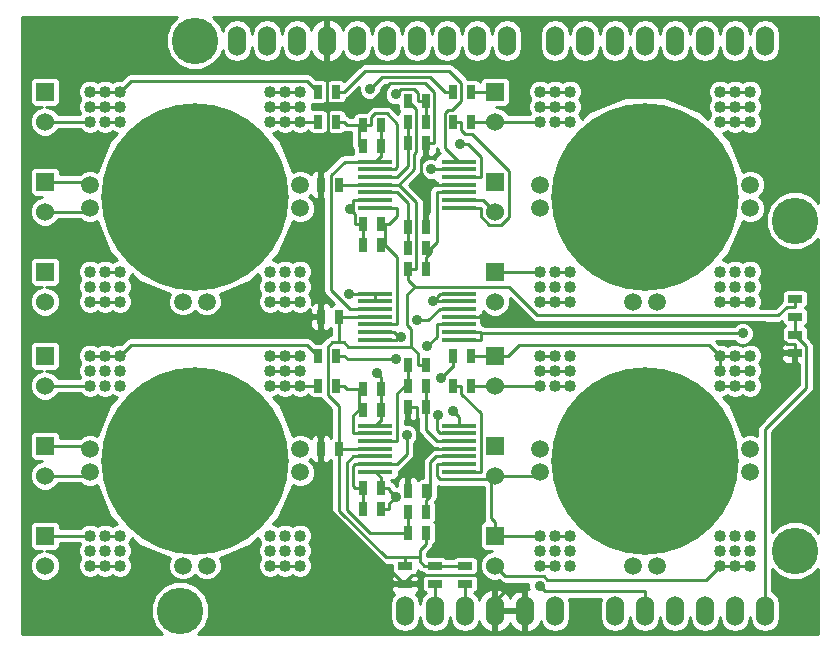
<source format=gtl>
G04 (created by PCBNEW (2013-07-07 BZR 4022)-stable) date 11/3/2017 9:35:14 AM*
%MOIN*%
G04 Gerber Fmt 3.4, Leading zero omitted, Abs format*
%FSLAX34Y34*%
G01*
G70*
G90*
G04 APERTURE LIST*
%ADD10C,0.00590551*%
%ADD11C,0.625*%
%ADD12C,0.04*%
%ADD13C,0.0590551*%
%ADD14R,0.06X0.06*%
%ADD15C,0.06*%
%ADD16R,0.025X0.045*%
%ADD17R,0.045X0.025*%
%ADD18R,0.1158X0.0165*%
%ADD19O,0.06X0.1*%
%ADD20C,0.155*%
%ADD21C,0.035*%
%ADD22C,0.01*%
G04 APERTURE END LIST*
G54D10*
G54D11*
X85500Y-70000D03*
G54D12*
X82500Y-67000D03*
X82500Y-73000D03*
X82000Y-67500D03*
X83000Y-67500D03*
X83000Y-66500D03*
X82000Y-66500D03*
X82500Y-67500D03*
X82000Y-67000D03*
X82500Y-66500D03*
X83000Y-67000D03*
X82000Y-72500D03*
X82500Y-72500D03*
X83000Y-72500D03*
X83000Y-73000D03*
X83000Y-73500D03*
X82500Y-73500D03*
X82000Y-73500D03*
X82000Y-73000D03*
X88000Y-72500D03*
X88500Y-72500D03*
X89000Y-72500D03*
X89000Y-73000D03*
X88500Y-73000D03*
X88000Y-73000D03*
X88000Y-73500D03*
X88500Y-73500D03*
X89000Y-73500D03*
X88000Y-67500D03*
X88000Y-67000D03*
X88000Y-66500D03*
X88500Y-66500D03*
X88500Y-67000D03*
X88500Y-67500D03*
X89000Y-67500D03*
X89000Y-67000D03*
X89000Y-66500D03*
G54D13*
X85105Y-73500D03*
X85895Y-73500D03*
X82000Y-69605D03*
X82000Y-70395D03*
X89000Y-70395D03*
X89000Y-69605D03*
G54D11*
X70500Y-61200D03*
G54D12*
X67500Y-58200D03*
X67500Y-64200D03*
X67000Y-58700D03*
X68000Y-58700D03*
X68000Y-57700D03*
X67000Y-57700D03*
X67500Y-58700D03*
X67000Y-58200D03*
X67500Y-57700D03*
X68000Y-58200D03*
X67000Y-63700D03*
X67500Y-63700D03*
X68000Y-63700D03*
X68000Y-64200D03*
X68000Y-64700D03*
X67500Y-64700D03*
X67000Y-64700D03*
X67000Y-64200D03*
X73000Y-63700D03*
X73500Y-63700D03*
X74000Y-63700D03*
X74000Y-64200D03*
X73500Y-64200D03*
X73000Y-64200D03*
X73000Y-64700D03*
X73500Y-64700D03*
X74000Y-64700D03*
X73000Y-58700D03*
X73000Y-58200D03*
X73000Y-57700D03*
X73500Y-57700D03*
X73500Y-58200D03*
X73500Y-58700D03*
X74000Y-58700D03*
X74000Y-58200D03*
X74000Y-57700D03*
G54D13*
X70105Y-64700D03*
X70895Y-64700D03*
X67000Y-60805D03*
X67000Y-61595D03*
X74000Y-61595D03*
X74000Y-60805D03*
G54D11*
X85500Y-61200D03*
G54D12*
X82500Y-58200D03*
X82500Y-64200D03*
X82000Y-58700D03*
X83000Y-58700D03*
X83000Y-57700D03*
X82000Y-57700D03*
X82500Y-58700D03*
X82000Y-58200D03*
X82500Y-57700D03*
X83000Y-58200D03*
X82000Y-63700D03*
X82500Y-63700D03*
X83000Y-63700D03*
X83000Y-64200D03*
X83000Y-64700D03*
X82500Y-64700D03*
X82000Y-64700D03*
X82000Y-64200D03*
X88000Y-63700D03*
X88500Y-63700D03*
X89000Y-63700D03*
X89000Y-64200D03*
X88500Y-64200D03*
X88000Y-64200D03*
X88000Y-64700D03*
X88500Y-64700D03*
X89000Y-64700D03*
X88000Y-58700D03*
X88000Y-58200D03*
X88000Y-57700D03*
X88500Y-57700D03*
X88500Y-58200D03*
X88500Y-58700D03*
X89000Y-58700D03*
X89000Y-58200D03*
X89000Y-57700D03*
G54D13*
X85105Y-64700D03*
X85895Y-64700D03*
X82000Y-60805D03*
X82000Y-61595D03*
X89000Y-61595D03*
X89000Y-60805D03*
G54D11*
X70500Y-70000D03*
G54D12*
X67500Y-67000D03*
X67500Y-73000D03*
X67000Y-67500D03*
X68000Y-67500D03*
X68000Y-66500D03*
X67000Y-66500D03*
X67500Y-67500D03*
X67000Y-67000D03*
X67500Y-66500D03*
X68000Y-67000D03*
X67000Y-72500D03*
X67500Y-72500D03*
X68000Y-72500D03*
X68000Y-73000D03*
X68000Y-73500D03*
X67500Y-73500D03*
X67000Y-73500D03*
X67000Y-73000D03*
X73000Y-72500D03*
X73500Y-72500D03*
X74000Y-72500D03*
X74000Y-73000D03*
X73500Y-73000D03*
X73000Y-73000D03*
X73000Y-73500D03*
X73500Y-73500D03*
X74000Y-73500D03*
X73000Y-67500D03*
X73000Y-67000D03*
X73000Y-66500D03*
X73500Y-66500D03*
X73500Y-67000D03*
X73500Y-67500D03*
X74000Y-67500D03*
X74000Y-67000D03*
X74000Y-66500D03*
G54D13*
X70105Y-73500D03*
X70895Y-73500D03*
X67000Y-69605D03*
X67000Y-70395D03*
X74000Y-70395D03*
X74000Y-69605D03*
G54D14*
X80500Y-66500D03*
G54D15*
X80500Y-67500D03*
G54D14*
X80500Y-72500D03*
G54D15*
X80500Y-73500D03*
G54D14*
X80500Y-69500D03*
G54D15*
X80500Y-70500D03*
G54D14*
X65500Y-69500D03*
G54D15*
X65500Y-70500D03*
G54D14*
X65500Y-66500D03*
G54D15*
X65500Y-67500D03*
G54D14*
X65500Y-72500D03*
G54D15*
X65500Y-73500D03*
G54D14*
X80500Y-60700D03*
G54D15*
X80500Y-61700D03*
G54D14*
X80500Y-57700D03*
G54D15*
X80500Y-58700D03*
G54D14*
X80500Y-63700D03*
G54D15*
X80500Y-64700D03*
G54D14*
X65500Y-60700D03*
G54D15*
X65500Y-61700D03*
G54D14*
X65500Y-57700D03*
G54D15*
X65500Y-58700D03*
G54D14*
X65500Y-63700D03*
G54D15*
X65500Y-64700D03*
G54D16*
X77600Y-68200D03*
X78200Y-68200D03*
X77600Y-62900D03*
X78200Y-62900D03*
X77600Y-63600D03*
X78200Y-63600D03*
X74600Y-67500D03*
X75200Y-67500D03*
X76100Y-68300D03*
X76700Y-68300D03*
X76100Y-67600D03*
X76700Y-67600D03*
X75200Y-66500D03*
X74600Y-66500D03*
X77600Y-66800D03*
X78200Y-66800D03*
X77600Y-67500D03*
X78200Y-67500D03*
X77600Y-62200D03*
X78200Y-62200D03*
X79700Y-66500D03*
X79100Y-66500D03*
X76100Y-70900D03*
X76700Y-70900D03*
X76100Y-71600D03*
X76700Y-71600D03*
X79100Y-67500D03*
X79700Y-67500D03*
X77600Y-72400D03*
X78200Y-72400D03*
X77600Y-71700D03*
X78200Y-71700D03*
X77600Y-71000D03*
X78200Y-71000D03*
X75300Y-60800D03*
X74700Y-60800D03*
X79100Y-58700D03*
X79700Y-58700D03*
X76100Y-62800D03*
X76700Y-62800D03*
X76100Y-62100D03*
X76700Y-62100D03*
X79700Y-57700D03*
X79100Y-57700D03*
X77600Y-58000D03*
X78200Y-58000D03*
X77600Y-58700D03*
X78200Y-58700D03*
X77600Y-59400D03*
X78200Y-59400D03*
X75200Y-57700D03*
X74600Y-57700D03*
X76100Y-58800D03*
X76700Y-58800D03*
X76100Y-59500D03*
X76700Y-59500D03*
X74600Y-58700D03*
X75200Y-58700D03*
G54D17*
X79500Y-74100D03*
X79500Y-73500D03*
X77500Y-73500D03*
X77500Y-74100D03*
X78500Y-73500D03*
X78500Y-74100D03*
G54D16*
X75300Y-69600D03*
X74700Y-69600D03*
G54D17*
X90500Y-65800D03*
X90500Y-66400D03*
X90500Y-65200D03*
X90500Y-64600D03*
G54D18*
X76508Y-60800D03*
X76508Y-61056D03*
X76508Y-61312D03*
X76508Y-61568D03*
X79291Y-61568D03*
X76508Y-60032D03*
X76508Y-60288D03*
X76508Y-60544D03*
X79291Y-61312D03*
X79291Y-61056D03*
X79291Y-60800D03*
X79291Y-60544D03*
X79291Y-60288D03*
X79291Y-60032D03*
X76508Y-69600D03*
X76508Y-69856D03*
X76508Y-70112D03*
X76508Y-70368D03*
X79291Y-70368D03*
X76508Y-68832D03*
X76508Y-69088D03*
X76508Y-69344D03*
X79291Y-70112D03*
X79291Y-69856D03*
X79291Y-69600D03*
X79291Y-69344D03*
X79291Y-69088D03*
X79291Y-68832D03*
X76508Y-65200D03*
X76508Y-65456D03*
X76508Y-65712D03*
X76508Y-65968D03*
X79291Y-65968D03*
X76508Y-64432D03*
X76508Y-64688D03*
X76508Y-64944D03*
X79291Y-65712D03*
X79291Y-65456D03*
X79291Y-65200D03*
X79291Y-64944D03*
X79291Y-64688D03*
X79291Y-64432D03*
G54D16*
X75300Y-65200D03*
X74700Y-65200D03*
G54D19*
X89500Y-75000D03*
X88500Y-75000D03*
X87500Y-75000D03*
X84500Y-75000D03*
X85500Y-75000D03*
X86500Y-75000D03*
X82500Y-75000D03*
X81500Y-75000D03*
X80500Y-75000D03*
X78500Y-75000D03*
X77500Y-75000D03*
X89500Y-56000D03*
X88500Y-56000D03*
X87500Y-56000D03*
X86500Y-56000D03*
X85500Y-56000D03*
X84500Y-56000D03*
X83500Y-56000D03*
X82500Y-56000D03*
X80900Y-56000D03*
X79900Y-56000D03*
X78900Y-56000D03*
X77900Y-56000D03*
X76900Y-56000D03*
X75900Y-56000D03*
X74900Y-56000D03*
X73900Y-56000D03*
X79500Y-75000D03*
G54D20*
X90500Y-73000D03*
X90500Y-62000D03*
X70500Y-56000D03*
X70000Y-75000D03*
G54D19*
X72900Y-56000D03*
X71900Y-56000D03*
G54D21*
X80157Y-65369D03*
X74700Y-69098D03*
X78079Y-69476D03*
X79103Y-68347D03*
X77193Y-66614D03*
X78610Y-68468D03*
X77908Y-65325D03*
X76578Y-67093D03*
X88759Y-65758D03*
X81989Y-74175D03*
X75642Y-64445D03*
X78436Y-64687D03*
X77366Y-65882D03*
X79336Y-59456D03*
X77196Y-57785D03*
X78359Y-60287D03*
X78245Y-66195D03*
X77186Y-71206D03*
X75654Y-61610D03*
X76343Y-57621D03*
X77564Y-69144D03*
X78691Y-67256D03*
G54D22*
X78500Y-73500D02*
X79500Y-73500D01*
X78500Y-73500D02*
X78124Y-73500D01*
X78200Y-72400D02*
X78200Y-72775D01*
X77500Y-73500D02*
X77500Y-73224D01*
X77987Y-72987D02*
X77987Y-73224D01*
X78200Y-72775D02*
X77987Y-72987D01*
X77987Y-73362D02*
X78124Y-73500D01*
X77987Y-73224D02*
X77987Y-73362D01*
X77987Y-73224D02*
X77500Y-73224D01*
X75300Y-71667D02*
X75300Y-69975D01*
X76857Y-73224D02*
X75300Y-71667D01*
X77500Y-73224D02*
X76857Y-73224D01*
X75300Y-69600D02*
X75300Y-69975D01*
X90500Y-64600D02*
X90500Y-64875D01*
X76508Y-65200D02*
X75300Y-65200D01*
X77600Y-63600D02*
X77600Y-63975D01*
X75300Y-60800D02*
X76508Y-60800D01*
X77600Y-63600D02*
X77875Y-63600D01*
X77810Y-60282D02*
X77293Y-60800D01*
X77810Y-59794D02*
X77810Y-60282D01*
X77875Y-59730D02*
X77810Y-59794D01*
X77875Y-58275D02*
X77875Y-59730D01*
X77600Y-58000D02*
X77875Y-58275D01*
X76508Y-60800D02*
X77293Y-60800D01*
X77875Y-61381D02*
X77875Y-63600D01*
X77293Y-60800D02*
X77875Y-61381D01*
X76508Y-69600D02*
X75779Y-69600D01*
X75300Y-69600D02*
X75779Y-69600D01*
X78200Y-66800D02*
X77924Y-66800D01*
X80961Y-64199D02*
X77824Y-64199D01*
X81909Y-65147D02*
X80961Y-64199D01*
X89952Y-65147D02*
X81909Y-65147D01*
X90224Y-64875D02*
X89952Y-65147D01*
X90500Y-64875D02*
X90224Y-64875D01*
X77824Y-64199D02*
X77600Y-63975D01*
X77924Y-66418D02*
X77713Y-66207D01*
X77924Y-66800D02*
X77924Y-66418D01*
X77575Y-64447D02*
X77824Y-64199D01*
X77575Y-65469D02*
X77575Y-64447D01*
X77713Y-65607D02*
X77575Y-65469D01*
X77713Y-66207D02*
X77713Y-65607D01*
X75300Y-65200D02*
X75300Y-65575D01*
X75300Y-66057D02*
X75300Y-65575D01*
X75073Y-66057D02*
X75300Y-66057D01*
X74924Y-66206D02*
X75073Y-66057D01*
X74924Y-67804D02*
X74924Y-66206D01*
X75300Y-68179D02*
X74924Y-67804D01*
X75300Y-69600D02*
X75300Y-68179D01*
X75618Y-66207D02*
X77713Y-66207D01*
X75468Y-66057D02*
X75618Y-66207D01*
X75300Y-66057D02*
X75468Y-66057D01*
X79291Y-60800D02*
X78562Y-60800D01*
X77500Y-74100D02*
X77500Y-74059D01*
X78200Y-61000D02*
X78200Y-62200D01*
X78400Y-60800D02*
X78200Y-61000D01*
X78400Y-60800D02*
X78562Y-60800D01*
X78200Y-59400D02*
X78200Y-59775D01*
X78030Y-59944D02*
X78200Y-59775D01*
X78030Y-60430D02*
X78030Y-59944D01*
X78400Y-60800D02*
X78030Y-60430D01*
X78200Y-59400D02*
X78475Y-59400D01*
X76332Y-58093D02*
X74924Y-58093D01*
X77002Y-57423D02*
X76332Y-58093D01*
X78185Y-57423D02*
X77002Y-57423D01*
X78475Y-57712D02*
X78185Y-57423D01*
X78475Y-59400D02*
X78475Y-57712D01*
X74900Y-58068D02*
X74900Y-56000D01*
X74924Y-58093D02*
X74900Y-58068D01*
X80020Y-65232D02*
X80157Y-65369D01*
X80020Y-65200D02*
X80020Y-65232D01*
X90224Y-66124D02*
X90500Y-66124D01*
X89469Y-65369D02*
X90224Y-66124D01*
X80157Y-65369D02*
X89469Y-65369D01*
X79291Y-65200D02*
X80020Y-65200D01*
X74700Y-71350D02*
X74700Y-69600D01*
X77408Y-74059D02*
X74700Y-71350D01*
X77500Y-74059D02*
X77408Y-74059D01*
X79974Y-73824D02*
X80500Y-74349D01*
X77734Y-73824D02*
X79974Y-73824D01*
X77500Y-74059D02*
X77734Y-73824D01*
X80500Y-75000D02*
X80500Y-74674D01*
X80500Y-74674D02*
X80500Y-74349D01*
X80825Y-74349D02*
X81500Y-74349D01*
X80500Y-74674D02*
X80825Y-74349D01*
X81500Y-75000D02*
X81500Y-74349D01*
X74700Y-65200D02*
X74700Y-64824D01*
X74924Y-60200D02*
X74700Y-60424D01*
X74924Y-58093D02*
X74924Y-60200D01*
X74924Y-58093D02*
X74924Y-58093D01*
X74700Y-60800D02*
X74700Y-64824D01*
X74700Y-60800D02*
X74700Y-60424D01*
X77600Y-68200D02*
X77875Y-68200D01*
X74700Y-69098D02*
X74700Y-69600D01*
X78079Y-69476D02*
X78140Y-69538D01*
X78025Y-70199D02*
X77600Y-70624D01*
X78025Y-69654D02*
X78025Y-70199D01*
X78140Y-69538D02*
X78025Y-69654D01*
X77600Y-71000D02*
X77600Y-70624D01*
X78202Y-69600D02*
X79291Y-69600D01*
X78140Y-69538D02*
X78202Y-69600D01*
X77889Y-68214D02*
X77875Y-68200D01*
X77889Y-69287D02*
X77889Y-68214D01*
X78079Y-69476D02*
X77889Y-69287D01*
X90500Y-66400D02*
X90500Y-66124D01*
X78200Y-71000D02*
X78337Y-71000D01*
X78337Y-71187D02*
X78200Y-71324D01*
X78337Y-71000D02*
X78337Y-71187D01*
X78200Y-71700D02*
X78200Y-71324D01*
X79291Y-69855D02*
X78562Y-69855D01*
X78535Y-69855D02*
X78562Y-69855D01*
X78337Y-70053D02*
X78535Y-69855D01*
X78337Y-71000D02*
X78337Y-70053D01*
X75200Y-66500D02*
X75475Y-66500D01*
X75589Y-66614D02*
X77193Y-66614D01*
X75475Y-66500D02*
X75589Y-66614D01*
X79291Y-68535D02*
X79103Y-68347D01*
X79291Y-68832D02*
X79291Y-68535D01*
X65500Y-72500D02*
X67000Y-72500D01*
X67500Y-72500D02*
X68000Y-72500D01*
X67000Y-73500D02*
X67500Y-73500D01*
X67500Y-73500D02*
X68000Y-73500D01*
X66895Y-70500D02*
X67000Y-70395D01*
X65500Y-70500D02*
X66895Y-70500D01*
X78562Y-68516D02*
X78610Y-68468D01*
X78562Y-68980D02*
X78562Y-68516D01*
X78670Y-69087D02*
X78562Y-68980D01*
X79291Y-69087D02*
X78670Y-69087D01*
X75200Y-67500D02*
X75475Y-67500D01*
X75962Y-68300D02*
X75962Y-67600D01*
X76100Y-67600D02*
X75962Y-67600D01*
X75575Y-67600D02*
X75475Y-67500D01*
X75962Y-67600D02*
X75575Y-67600D01*
X76100Y-68300D02*
X75962Y-68300D01*
X75779Y-68483D02*
X75962Y-68300D01*
X75779Y-69087D02*
X75779Y-68483D01*
X76508Y-69087D02*
X75779Y-69087D01*
X89000Y-66500D02*
X88500Y-66500D01*
X88500Y-66500D02*
X88000Y-66500D01*
X89000Y-67000D02*
X88500Y-67000D01*
X89000Y-67500D02*
X88500Y-67500D01*
X88500Y-67500D02*
X88000Y-67500D01*
X89000Y-73500D02*
X88500Y-73500D01*
X88500Y-73500D02*
X88000Y-73500D01*
X79700Y-66500D02*
X80500Y-66500D01*
X80500Y-66500D02*
X80950Y-66500D01*
X80850Y-73850D02*
X80500Y-73500D01*
X82124Y-73850D02*
X80850Y-73850D01*
X82242Y-73969D02*
X82124Y-73850D01*
X87530Y-73969D02*
X82242Y-73969D01*
X88000Y-73500D02*
X87530Y-73969D01*
X88000Y-66500D02*
X88000Y-67000D01*
X87647Y-66147D02*
X88000Y-66500D01*
X81302Y-66147D02*
X87647Y-66147D01*
X80950Y-66500D02*
X81302Y-66147D01*
X74600Y-67500D02*
X74000Y-67500D01*
X74000Y-66500D02*
X73500Y-66500D01*
X73500Y-66500D02*
X73000Y-66500D01*
X74000Y-67000D02*
X73500Y-67000D01*
X73500Y-67000D02*
X73000Y-67000D01*
X74000Y-67500D02*
X73500Y-67500D01*
X73500Y-67500D02*
X73000Y-67500D01*
X74000Y-73500D02*
X73500Y-73500D01*
X73500Y-73500D02*
X73000Y-73500D01*
X80500Y-72500D02*
X82000Y-72500D01*
X83000Y-72500D02*
X82500Y-72500D01*
X82000Y-73500D02*
X82500Y-73500D01*
X79291Y-70112D02*
X78562Y-70112D01*
X80500Y-72500D02*
X80500Y-72049D01*
X80378Y-71928D02*
X80500Y-72049D01*
X80378Y-70621D02*
X80378Y-71928D01*
X78661Y-70621D02*
X80378Y-70621D01*
X78562Y-70522D02*
X78661Y-70621D01*
X78562Y-70112D02*
X78562Y-70522D01*
X80378Y-70621D02*
X80500Y-70500D01*
X81895Y-70500D02*
X82000Y-70395D01*
X80500Y-70500D02*
X81895Y-70500D01*
X76508Y-69855D02*
X75779Y-69855D01*
X77600Y-71700D02*
X77600Y-72075D01*
X75570Y-70064D02*
X75779Y-69855D01*
X75570Y-71639D02*
X75570Y-70064D01*
X76330Y-72400D02*
X75570Y-71639D01*
X77600Y-72400D02*
X76330Y-72400D01*
X77600Y-72400D02*
X77600Y-72075D01*
X79500Y-75000D02*
X79500Y-74100D01*
X76665Y-68675D02*
X76508Y-68832D01*
X76700Y-68675D02*
X76665Y-68675D01*
X76700Y-68300D02*
X76700Y-68675D01*
X76700Y-68300D02*
X76700Y-67600D01*
X76700Y-67215D02*
X76578Y-67093D01*
X76700Y-67600D02*
X76700Y-67215D01*
X78274Y-65325D02*
X77908Y-65325D01*
X78655Y-64944D02*
X78274Y-65325D01*
X79291Y-64944D02*
X78655Y-64944D01*
X90500Y-65200D02*
X90500Y-65800D01*
X90875Y-66175D02*
X90500Y-65800D01*
X90875Y-67575D02*
X90875Y-66175D01*
X89500Y-68950D02*
X90875Y-67575D01*
X89500Y-75000D02*
X89500Y-68950D01*
X79291Y-65712D02*
X80020Y-65712D01*
X79291Y-65967D02*
X80020Y-65967D01*
X80020Y-65712D02*
X80020Y-65758D01*
X80020Y-65758D02*
X80020Y-65967D01*
X80020Y-65758D02*
X88759Y-65758D01*
X83000Y-67000D02*
X82500Y-67000D01*
X82500Y-66500D02*
X82000Y-66500D01*
X82000Y-67000D02*
X82500Y-67000D01*
X82500Y-67500D02*
X83000Y-67500D01*
X79700Y-67500D02*
X80500Y-67500D01*
X80500Y-67500D02*
X82000Y-67500D01*
X76508Y-64687D02*
X76508Y-64432D01*
X82163Y-74349D02*
X81989Y-74175D01*
X85500Y-74349D02*
X82163Y-74349D01*
X76508Y-64432D02*
X75779Y-64432D01*
X75765Y-64445D02*
X75779Y-64432D01*
X75642Y-64445D02*
X75765Y-64445D01*
X85500Y-75000D02*
X85500Y-74349D01*
X79291Y-64432D02*
X79035Y-64432D01*
X79291Y-64687D02*
X78562Y-64687D01*
X78562Y-64542D02*
X78562Y-64687D01*
X78672Y-64432D02*
X78562Y-64542D01*
X79035Y-64432D02*
X78672Y-64432D01*
X78562Y-64687D02*
X78436Y-64687D01*
X76873Y-65712D02*
X76764Y-65712D01*
X76508Y-65712D02*
X76764Y-65712D01*
X76508Y-65967D02*
X77237Y-65967D01*
X76873Y-65712D02*
X77127Y-65712D01*
X77237Y-65882D02*
X77366Y-65882D01*
X77237Y-65822D02*
X77237Y-65882D01*
X77127Y-65712D02*
X77237Y-65822D01*
X77237Y-65882D02*
X77237Y-65967D01*
X76700Y-59500D02*
X76700Y-58800D01*
X76665Y-59875D02*
X76700Y-59875D01*
X76508Y-60032D02*
X76665Y-59875D01*
X76700Y-59500D02*
X76700Y-59875D01*
X76508Y-64944D02*
X75779Y-64944D01*
X75663Y-64944D02*
X75779Y-64944D01*
X75024Y-64305D02*
X75663Y-64944D01*
X75024Y-60495D02*
X75024Y-64305D01*
X75488Y-60032D02*
X75024Y-60495D01*
X76508Y-60032D02*
X75488Y-60032D01*
X75962Y-59500D02*
X75962Y-58800D01*
X76100Y-59500D02*
X75962Y-59500D01*
X76100Y-58800D02*
X76031Y-58800D01*
X76031Y-58800D02*
X75962Y-58800D01*
X75575Y-58800D02*
X75475Y-58700D01*
X75962Y-58800D02*
X75575Y-58800D01*
X75200Y-58700D02*
X75475Y-58700D01*
X76375Y-58559D02*
X76375Y-58800D01*
X76512Y-58421D02*
X76375Y-58559D01*
X76889Y-58421D02*
X76512Y-58421D01*
X77245Y-58777D02*
X76889Y-58421D01*
X77245Y-60206D02*
X77245Y-58777D01*
X77163Y-60287D02*
X77245Y-60206D01*
X76508Y-60287D02*
X77163Y-60287D01*
X76100Y-58800D02*
X76375Y-58800D01*
X78200Y-58000D02*
X78200Y-58700D01*
X77356Y-57624D02*
X77196Y-57785D01*
X77790Y-57624D02*
X77356Y-57624D01*
X77924Y-57759D02*
X77790Y-57624D01*
X77924Y-58000D02*
X77924Y-57759D01*
X79291Y-60544D02*
X80020Y-60544D01*
X78200Y-58000D02*
X77924Y-58000D01*
X79592Y-59456D02*
X79336Y-59456D01*
X80020Y-59884D02*
X79592Y-59456D01*
X80020Y-60544D02*
X80020Y-59884D01*
X77600Y-58700D02*
X77600Y-59400D01*
X77600Y-60181D02*
X77600Y-59400D01*
X77237Y-60544D02*
X77600Y-60181D01*
X76508Y-60544D02*
X77237Y-60544D01*
X76166Y-57008D02*
X75475Y-57700D01*
X78980Y-57008D02*
X76166Y-57008D01*
X79377Y-57405D02*
X78980Y-57008D01*
X79377Y-58004D02*
X79377Y-57405D01*
X79082Y-58300D02*
X79377Y-58004D01*
X78937Y-58300D02*
X79082Y-58300D01*
X78824Y-58412D02*
X78937Y-58300D01*
X78824Y-59565D02*
X78824Y-58412D01*
X79291Y-60032D02*
X78824Y-59565D01*
X75200Y-57700D02*
X75475Y-57700D01*
X74600Y-58700D02*
X74000Y-58700D01*
X74000Y-57700D02*
X73500Y-57700D01*
X73500Y-57700D02*
X73000Y-57700D01*
X74000Y-58200D02*
X73500Y-58200D01*
X73500Y-58200D02*
X73000Y-58200D01*
X74000Y-58700D02*
X73500Y-58700D01*
X73500Y-58700D02*
X73000Y-58700D01*
X74000Y-64700D02*
X73500Y-64700D01*
X73500Y-64700D02*
X73000Y-64700D01*
X79375Y-67775D02*
X79375Y-67500D01*
X80020Y-68420D02*
X79375Y-67775D01*
X80020Y-70367D02*
X80020Y-68420D01*
X79291Y-70367D02*
X80020Y-70367D01*
X79100Y-67500D02*
X79375Y-67500D01*
X66895Y-61700D02*
X67000Y-61595D01*
X65500Y-61700D02*
X66895Y-61700D01*
X68000Y-64700D02*
X67500Y-64700D01*
X67500Y-63700D02*
X68000Y-63700D01*
X67000Y-64700D02*
X67500Y-64700D01*
X79291Y-60287D02*
X78359Y-60287D01*
X68367Y-57332D02*
X68000Y-57700D01*
X74232Y-57332D02*
X68367Y-57332D01*
X74600Y-57700D02*
X74232Y-57332D01*
X65500Y-58700D02*
X67000Y-58700D01*
X66895Y-60700D02*
X67000Y-60805D01*
X65500Y-60700D02*
X66895Y-60700D01*
X68000Y-58200D02*
X67500Y-58200D01*
X67000Y-58200D02*
X67500Y-58200D01*
X67500Y-58700D02*
X68000Y-58700D01*
X67000Y-57700D02*
X67500Y-57700D01*
X67500Y-57700D02*
X68000Y-57700D01*
X78500Y-75000D02*
X78500Y-74100D01*
X65500Y-67500D02*
X67000Y-67500D01*
X66895Y-69500D02*
X67000Y-69605D01*
X65500Y-69500D02*
X66895Y-69500D01*
X67000Y-66500D02*
X67500Y-66500D01*
X68357Y-66142D02*
X68000Y-66500D01*
X74242Y-66142D02*
X68357Y-66142D01*
X74600Y-66500D02*
X74242Y-66142D01*
X68000Y-66500D02*
X67500Y-66500D01*
X80500Y-58700D02*
X82000Y-58700D01*
X83000Y-58200D02*
X82500Y-58200D01*
X82000Y-58200D02*
X82500Y-58200D01*
X82500Y-58700D02*
X83000Y-58700D01*
X82000Y-57700D02*
X82500Y-57700D01*
X82500Y-57700D02*
X83000Y-57700D01*
X79700Y-58700D02*
X80500Y-58700D01*
X77600Y-62900D02*
X77600Y-62200D01*
X77600Y-61418D02*
X77600Y-62200D01*
X77237Y-61055D02*
X77600Y-61418D01*
X76508Y-61055D02*
X77237Y-61055D01*
X77237Y-61837D02*
X76975Y-62100D01*
X77237Y-61567D02*
X77237Y-61837D01*
X76508Y-61567D02*
X77237Y-61567D01*
X76837Y-62100D02*
X76837Y-62800D01*
X76700Y-62800D02*
X76837Y-62800D01*
X76700Y-62100D02*
X76837Y-62100D01*
X76837Y-62100D02*
X76975Y-62100D01*
X77237Y-63200D02*
X76837Y-62800D01*
X77237Y-65455D02*
X77237Y-63200D01*
X76508Y-65455D02*
X77237Y-65455D01*
X78200Y-62900D02*
X78362Y-62900D01*
X78200Y-63600D02*
X78200Y-63224D01*
X78562Y-62700D02*
X78562Y-61055D01*
X78362Y-62900D02*
X78562Y-62700D01*
X78362Y-63062D02*
X78200Y-63224D01*
X78362Y-62900D02*
X78362Y-63062D01*
X79291Y-61055D02*
X78562Y-61055D01*
X79375Y-58975D02*
X79375Y-58700D01*
X79515Y-59115D02*
X79375Y-58975D01*
X79736Y-59115D02*
X79515Y-59115D01*
X80954Y-60334D02*
X79736Y-59115D01*
X80954Y-61894D02*
X80954Y-60334D01*
X80696Y-62152D02*
X80954Y-61894D01*
X80316Y-62152D02*
X80696Y-62152D01*
X80020Y-61857D02*
X80316Y-62152D01*
X80020Y-61567D02*
X80020Y-61857D01*
X79100Y-58700D02*
X79375Y-58700D01*
X79291Y-61567D02*
X80020Y-61567D01*
X80500Y-63700D02*
X82000Y-63700D01*
X83000Y-64700D02*
X82500Y-64700D01*
X82500Y-63700D02*
X83000Y-63700D01*
X82000Y-64700D02*
X82500Y-64700D01*
X80112Y-61312D02*
X80500Y-61700D01*
X79291Y-61312D02*
X80112Y-61312D01*
X76700Y-70900D02*
X76700Y-70574D01*
X76700Y-70559D02*
X76700Y-70574D01*
X76508Y-70367D02*
X76700Y-70559D01*
X78562Y-65877D02*
X78245Y-66195D01*
X78562Y-65455D02*
X78562Y-65877D01*
X76975Y-70995D02*
X76975Y-70900D01*
X77186Y-71206D02*
X76975Y-70995D01*
X76700Y-70900D02*
X76975Y-70900D01*
X79291Y-65455D02*
X78562Y-65455D01*
X76975Y-71417D02*
X76975Y-71600D01*
X77186Y-71206D02*
X76975Y-71417D01*
X76700Y-71600D02*
X76975Y-71600D01*
X79700Y-57700D02*
X80500Y-57700D01*
X89000Y-57700D02*
X88500Y-57700D01*
X88500Y-57700D02*
X88000Y-57700D01*
X89000Y-58200D02*
X88500Y-58200D01*
X88500Y-58200D02*
X88000Y-58200D01*
X89000Y-58700D02*
X88500Y-58700D01*
X88500Y-58700D02*
X88000Y-58700D01*
X89000Y-64700D02*
X88500Y-64700D01*
X88500Y-64700D02*
X88000Y-64700D01*
X76508Y-61312D02*
X75779Y-61312D01*
X79100Y-57700D02*
X78824Y-57700D01*
X76100Y-62100D02*
X75962Y-62100D01*
X75962Y-62100D02*
X75824Y-62100D01*
X76100Y-62237D02*
X76100Y-62800D01*
X75962Y-62100D02*
X76100Y-62237D01*
X75824Y-61781D02*
X75654Y-61610D01*
X75824Y-62100D02*
X75824Y-61781D01*
X75779Y-61485D02*
X75654Y-61610D01*
X75779Y-61312D02*
X75779Y-61485D01*
X78343Y-57218D02*
X78824Y-57700D01*
X76746Y-57218D02*
X78343Y-57218D01*
X76343Y-57621D02*
X76746Y-57218D01*
X76100Y-71600D02*
X76100Y-70900D01*
X76100Y-70900D02*
X75824Y-70900D01*
X75851Y-70112D02*
X76508Y-70112D01*
X75779Y-70184D02*
X75851Y-70112D01*
X75779Y-70854D02*
X75779Y-70184D01*
X75824Y-70900D02*
X75779Y-70854D01*
X79100Y-66500D02*
X79100Y-66875D01*
X76508Y-70112D02*
X77237Y-70112D01*
X77564Y-69785D02*
X77564Y-69144D01*
X77237Y-70112D02*
X77564Y-69785D01*
X79072Y-66875D02*
X79100Y-66875D01*
X78691Y-67256D02*
X79072Y-66875D01*
X77600Y-67500D02*
X77498Y-67500D01*
X77600Y-66800D02*
X77600Y-67175D01*
X77600Y-67398D02*
X77498Y-67500D01*
X77600Y-67175D02*
X77600Y-67398D01*
X77237Y-67760D02*
X77237Y-69344D01*
X77498Y-67500D02*
X77237Y-67760D01*
X76508Y-69344D02*
X77237Y-69344D01*
X78200Y-67500D02*
X78200Y-68200D01*
X79291Y-69344D02*
X78562Y-69344D01*
X78200Y-68981D02*
X78200Y-68200D01*
X78562Y-69344D02*
X78200Y-68981D01*
G54D10*
G36*
X77317Y-58349D02*
X77305Y-58361D01*
X77275Y-58435D01*
X77275Y-58453D01*
X77065Y-58244D01*
X76984Y-58190D01*
X76889Y-58171D01*
X76512Y-58171D01*
X76512Y-58171D01*
X76493Y-58175D01*
X76417Y-58190D01*
X76336Y-58244D01*
X76336Y-58244D01*
X76205Y-58374D01*
X76185Y-58374D01*
X75935Y-58374D01*
X75861Y-58405D01*
X75805Y-58461D01*
X75775Y-58535D01*
X75775Y-58550D01*
X75678Y-58550D01*
X75651Y-58523D01*
X75570Y-58469D01*
X75525Y-58459D01*
X75525Y-58435D01*
X75494Y-58361D01*
X75438Y-58305D01*
X75364Y-58275D01*
X75285Y-58274D01*
X75035Y-58274D01*
X74961Y-58305D01*
X74905Y-58361D01*
X74900Y-58374D01*
X74894Y-58361D01*
X74838Y-58305D01*
X74764Y-58275D01*
X74685Y-58274D01*
X74435Y-58274D01*
X74395Y-58291D01*
X74399Y-58279D01*
X74400Y-58120D01*
X74394Y-58108D01*
X74435Y-58124D01*
X74514Y-58125D01*
X74764Y-58125D01*
X74838Y-58094D01*
X74894Y-58038D01*
X74899Y-58025D01*
X74905Y-58038D01*
X74961Y-58094D01*
X75035Y-58124D01*
X75114Y-58125D01*
X75364Y-58125D01*
X75438Y-58094D01*
X75494Y-58038D01*
X75524Y-57964D01*
X75524Y-57940D01*
X75570Y-57930D01*
X75651Y-57876D01*
X75968Y-57560D01*
X75968Y-57695D01*
X76025Y-57833D01*
X76130Y-57938D01*
X76268Y-57996D01*
X76417Y-57996D01*
X76555Y-57939D01*
X76661Y-57833D01*
X76718Y-57696D01*
X76718Y-57599D01*
X76850Y-57468D01*
X76982Y-57468D01*
X76878Y-57572D01*
X76821Y-57710D01*
X76821Y-57859D01*
X76878Y-57997D01*
X76983Y-58102D01*
X77121Y-58159D01*
X77270Y-58160D01*
X77274Y-58158D01*
X77274Y-58264D01*
X77305Y-58338D01*
X77317Y-58349D01*
X77317Y-58349D01*
G37*
G54D22*
X77317Y-58349D02*
X77305Y-58361D01*
X77275Y-58435D01*
X77275Y-58453D01*
X77065Y-58244D01*
X76984Y-58190D01*
X76889Y-58171D01*
X76512Y-58171D01*
X76512Y-58171D01*
X76493Y-58175D01*
X76417Y-58190D01*
X76336Y-58244D01*
X76336Y-58244D01*
X76205Y-58374D01*
X76185Y-58374D01*
X75935Y-58374D01*
X75861Y-58405D01*
X75805Y-58461D01*
X75775Y-58535D01*
X75775Y-58550D01*
X75678Y-58550D01*
X75651Y-58523D01*
X75570Y-58469D01*
X75525Y-58459D01*
X75525Y-58435D01*
X75494Y-58361D01*
X75438Y-58305D01*
X75364Y-58275D01*
X75285Y-58274D01*
X75035Y-58274D01*
X74961Y-58305D01*
X74905Y-58361D01*
X74900Y-58374D01*
X74894Y-58361D01*
X74838Y-58305D01*
X74764Y-58275D01*
X74685Y-58274D01*
X74435Y-58274D01*
X74395Y-58291D01*
X74399Y-58279D01*
X74400Y-58120D01*
X74394Y-58108D01*
X74435Y-58124D01*
X74514Y-58125D01*
X74764Y-58125D01*
X74838Y-58094D01*
X74894Y-58038D01*
X74899Y-58025D01*
X74905Y-58038D01*
X74961Y-58094D01*
X75035Y-58124D01*
X75114Y-58125D01*
X75364Y-58125D01*
X75438Y-58094D01*
X75494Y-58038D01*
X75524Y-57964D01*
X75524Y-57940D01*
X75570Y-57930D01*
X75651Y-57876D01*
X75968Y-57560D01*
X75968Y-57695D01*
X76025Y-57833D01*
X76130Y-57938D01*
X76268Y-57996D01*
X76417Y-57996D01*
X76555Y-57939D01*
X76661Y-57833D01*
X76718Y-57696D01*
X76718Y-57599D01*
X76850Y-57468D01*
X76982Y-57468D01*
X76878Y-57572D01*
X76821Y-57710D01*
X76821Y-57859D01*
X76878Y-57997D01*
X76983Y-58102D01*
X77121Y-58159D01*
X77270Y-58160D01*
X77274Y-58158D01*
X77274Y-58264D01*
X77305Y-58338D01*
X77317Y-58349D01*
G54D10*
G36*
X78608Y-60799D02*
X78599Y-60803D01*
X78597Y-60805D01*
X78562Y-60805D01*
X78466Y-60825D01*
X78385Y-60879D01*
X78331Y-60960D01*
X78312Y-61055D01*
X78312Y-61725D01*
X78250Y-61787D01*
X78250Y-62150D01*
X78257Y-62150D01*
X78257Y-62250D01*
X78250Y-62250D01*
X78250Y-62257D01*
X78150Y-62257D01*
X78150Y-62250D01*
X78142Y-62250D01*
X78142Y-62150D01*
X78150Y-62150D01*
X78150Y-61787D01*
X78125Y-61762D01*
X78125Y-61381D01*
X78106Y-61286D01*
X78051Y-61205D01*
X77646Y-60799D01*
X77987Y-60458D01*
X77987Y-60458D01*
X77987Y-60458D01*
X78010Y-60425D01*
X78041Y-60500D01*
X78146Y-60605D01*
X78284Y-60662D01*
X78433Y-60663D01*
X78470Y-60647D01*
X78462Y-60667D01*
X78462Y-60696D01*
X78525Y-60758D01*
X78561Y-60758D01*
X78599Y-60795D01*
X78608Y-60799D01*
X78608Y-60799D01*
G37*
G54D22*
X78608Y-60799D02*
X78599Y-60803D01*
X78597Y-60805D01*
X78562Y-60805D01*
X78466Y-60825D01*
X78385Y-60879D01*
X78331Y-60960D01*
X78312Y-61055D01*
X78312Y-61725D01*
X78250Y-61787D01*
X78250Y-62150D01*
X78257Y-62150D01*
X78257Y-62250D01*
X78250Y-62250D01*
X78250Y-62257D01*
X78150Y-62257D01*
X78150Y-62250D01*
X78142Y-62250D01*
X78142Y-62150D01*
X78150Y-62150D01*
X78150Y-61787D01*
X78125Y-61762D01*
X78125Y-61381D01*
X78106Y-61286D01*
X78051Y-61205D01*
X77646Y-60799D01*
X77987Y-60458D01*
X77987Y-60458D01*
X77987Y-60458D01*
X78010Y-60425D01*
X78041Y-60500D01*
X78146Y-60605D01*
X78284Y-60662D01*
X78433Y-60663D01*
X78470Y-60647D01*
X78462Y-60667D01*
X78462Y-60696D01*
X78525Y-60758D01*
X78561Y-60758D01*
X78599Y-60795D01*
X78608Y-60799D01*
G54D10*
G36*
X78608Y-69599D02*
X78599Y-69603D01*
X78597Y-69605D01*
X78562Y-69605D01*
X78535Y-69605D01*
X78439Y-69625D01*
X78358Y-69679D01*
X78160Y-69877D01*
X78106Y-69958D01*
X78087Y-70053D01*
X78087Y-70574D01*
X78035Y-70574D01*
X77961Y-70605D01*
X77935Y-70631D01*
X77866Y-70562D01*
X77774Y-70524D01*
X77712Y-70525D01*
X77650Y-70587D01*
X77650Y-70950D01*
X77657Y-70950D01*
X77657Y-71050D01*
X77650Y-71050D01*
X77650Y-71057D01*
X77550Y-71057D01*
X77550Y-71050D01*
X77542Y-71050D01*
X77542Y-70950D01*
X77550Y-70950D01*
X77550Y-70587D01*
X77487Y-70525D01*
X77425Y-70524D01*
X77333Y-70562D01*
X77263Y-70633D01*
X77225Y-70725D01*
X77224Y-70824D01*
X77224Y-70831D01*
X77211Y-70831D01*
X77206Y-70804D01*
X77151Y-70723D01*
X77070Y-70669D01*
X77025Y-70659D01*
X77025Y-70650D01*
X77127Y-70650D01*
X77200Y-70620D01*
X77256Y-70563D01*
X77287Y-70490D01*
X77287Y-70410D01*
X77287Y-70352D01*
X77333Y-70342D01*
X77414Y-70288D01*
X77741Y-69961D01*
X77741Y-69961D01*
X77741Y-69961D01*
X77795Y-69880D01*
X77795Y-69880D01*
X77810Y-69804D01*
X77814Y-69785D01*
X77814Y-69785D01*
X77814Y-69785D01*
X77814Y-69425D01*
X77882Y-69357D01*
X77939Y-69219D01*
X77939Y-69070D01*
X77882Y-68932D01*
X77777Y-68827D01*
X77639Y-68770D01*
X77490Y-68769D01*
X77487Y-68771D01*
X77487Y-68674D01*
X77550Y-68612D01*
X77550Y-68250D01*
X77542Y-68250D01*
X77542Y-68150D01*
X77550Y-68150D01*
X77550Y-68142D01*
X77650Y-68142D01*
X77650Y-68150D01*
X77657Y-68150D01*
X77657Y-68250D01*
X77650Y-68250D01*
X77650Y-68612D01*
X77712Y-68675D01*
X77774Y-68675D01*
X77866Y-68637D01*
X77935Y-68568D01*
X77950Y-68582D01*
X77950Y-68981D01*
X77969Y-69077D01*
X78023Y-69158D01*
X78385Y-69520D01*
X78466Y-69574D01*
X78562Y-69594D01*
X78597Y-69594D01*
X78599Y-69595D01*
X78608Y-69599D01*
X78608Y-69599D01*
G37*
G54D22*
X78608Y-69599D02*
X78599Y-69603D01*
X78597Y-69605D01*
X78562Y-69605D01*
X78535Y-69605D01*
X78439Y-69625D01*
X78358Y-69679D01*
X78160Y-69877D01*
X78106Y-69958D01*
X78087Y-70053D01*
X78087Y-70574D01*
X78035Y-70574D01*
X77961Y-70605D01*
X77935Y-70631D01*
X77866Y-70562D01*
X77774Y-70524D01*
X77712Y-70525D01*
X77650Y-70587D01*
X77650Y-70950D01*
X77657Y-70950D01*
X77657Y-71050D01*
X77650Y-71050D01*
X77650Y-71057D01*
X77550Y-71057D01*
X77550Y-71050D01*
X77542Y-71050D01*
X77542Y-70950D01*
X77550Y-70950D01*
X77550Y-70587D01*
X77487Y-70525D01*
X77425Y-70524D01*
X77333Y-70562D01*
X77263Y-70633D01*
X77225Y-70725D01*
X77224Y-70824D01*
X77224Y-70831D01*
X77211Y-70831D01*
X77206Y-70804D01*
X77151Y-70723D01*
X77070Y-70669D01*
X77025Y-70659D01*
X77025Y-70650D01*
X77127Y-70650D01*
X77200Y-70620D01*
X77256Y-70563D01*
X77287Y-70490D01*
X77287Y-70410D01*
X77287Y-70352D01*
X77333Y-70342D01*
X77414Y-70288D01*
X77741Y-69961D01*
X77741Y-69961D01*
X77741Y-69961D01*
X77795Y-69880D01*
X77795Y-69880D01*
X77810Y-69804D01*
X77814Y-69785D01*
X77814Y-69785D01*
X77814Y-69785D01*
X77814Y-69425D01*
X77882Y-69357D01*
X77939Y-69219D01*
X77939Y-69070D01*
X77882Y-68932D01*
X77777Y-68827D01*
X77639Y-68770D01*
X77490Y-68769D01*
X77487Y-68771D01*
X77487Y-68674D01*
X77550Y-68612D01*
X77550Y-68250D01*
X77542Y-68250D01*
X77542Y-68150D01*
X77550Y-68150D01*
X77550Y-68142D01*
X77650Y-68142D01*
X77650Y-68150D01*
X77657Y-68150D01*
X77657Y-68250D01*
X77650Y-68250D01*
X77650Y-68612D01*
X77712Y-68675D01*
X77774Y-68675D01*
X77866Y-68637D01*
X77935Y-68568D01*
X77950Y-68582D01*
X77950Y-68981D01*
X77969Y-69077D01*
X78023Y-69158D01*
X78385Y-69520D01*
X78466Y-69574D01*
X78562Y-69594D01*
X78597Y-69594D01*
X78599Y-69595D01*
X78608Y-69599D01*
G54D10*
G36*
X78660Y-59754D02*
X78599Y-59779D01*
X78543Y-59836D01*
X78512Y-59909D01*
X78512Y-59945D01*
X78434Y-59913D01*
X78284Y-59912D01*
X78146Y-59969D01*
X78060Y-60055D01*
X78060Y-59893D01*
X78060Y-59893D01*
X78073Y-59875D01*
X78087Y-59875D01*
X78150Y-59812D01*
X78150Y-59450D01*
X78142Y-59450D01*
X78142Y-59350D01*
X78150Y-59350D01*
X78150Y-59342D01*
X78250Y-59342D01*
X78250Y-59350D01*
X78257Y-59350D01*
X78257Y-59450D01*
X78250Y-59450D01*
X78250Y-59812D01*
X78312Y-59875D01*
X78374Y-59875D01*
X78466Y-59837D01*
X78536Y-59766D01*
X78574Y-59674D01*
X78575Y-59575D01*
X78575Y-59566D01*
X78593Y-59661D01*
X78648Y-59742D01*
X78660Y-59754D01*
X78660Y-59754D01*
G37*
G54D22*
X78660Y-59754D02*
X78599Y-59779D01*
X78543Y-59836D01*
X78512Y-59909D01*
X78512Y-59945D01*
X78434Y-59913D01*
X78284Y-59912D01*
X78146Y-59969D01*
X78060Y-60055D01*
X78060Y-59893D01*
X78060Y-59893D01*
X78073Y-59875D01*
X78087Y-59875D01*
X78150Y-59812D01*
X78150Y-59450D01*
X78142Y-59450D01*
X78142Y-59350D01*
X78150Y-59350D01*
X78150Y-59342D01*
X78250Y-59342D01*
X78250Y-59350D01*
X78257Y-59350D01*
X78257Y-59450D01*
X78250Y-59450D01*
X78250Y-59812D01*
X78312Y-59875D01*
X78374Y-59875D01*
X78466Y-59837D01*
X78536Y-59766D01*
X78574Y-59674D01*
X78575Y-59575D01*
X78575Y-59566D01*
X78593Y-59661D01*
X78648Y-59742D01*
X78660Y-59754D01*
G54D10*
G36*
X88652Y-65397D02*
X88547Y-65440D01*
X88478Y-65508D01*
X80157Y-65508D01*
X80116Y-65481D01*
X80070Y-65471D01*
X80070Y-65435D01*
X80082Y-65423D01*
X80120Y-65332D01*
X80120Y-65303D01*
X80058Y-65241D01*
X80021Y-65241D01*
X79983Y-65204D01*
X79974Y-65200D01*
X79983Y-65196D01*
X80021Y-65158D01*
X80058Y-65158D01*
X80120Y-65096D01*
X80120Y-65067D01*
X80092Y-64999D01*
X80216Y-65123D01*
X80400Y-65199D01*
X80599Y-65200D01*
X80782Y-65124D01*
X80923Y-64983D01*
X80999Y-64799D01*
X81000Y-64600D01*
X80993Y-64584D01*
X81732Y-65323D01*
X81732Y-65323D01*
X81781Y-65356D01*
X81813Y-65378D01*
X81813Y-65378D01*
X81909Y-65397D01*
X88652Y-65397D01*
X88652Y-65397D01*
G37*
G54D22*
X88652Y-65397D02*
X88547Y-65440D01*
X88478Y-65508D01*
X80157Y-65508D01*
X80116Y-65481D01*
X80070Y-65471D01*
X80070Y-65435D01*
X80082Y-65423D01*
X80120Y-65332D01*
X80120Y-65303D01*
X80058Y-65241D01*
X80021Y-65241D01*
X79983Y-65204D01*
X79974Y-65200D01*
X79983Y-65196D01*
X80021Y-65158D01*
X80058Y-65158D01*
X80120Y-65096D01*
X80120Y-65067D01*
X80092Y-64999D01*
X80216Y-65123D01*
X80400Y-65199D01*
X80599Y-65200D01*
X80782Y-65124D01*
X80923Y-64983D01*
X80999Y-64799D01*
X81000Y-64600D01*
X80993Y-64584D01*
X81732Y-65323D01*
X81732Y-65323D01*
X81781Y-65356D01*
X81813Y-65378D01*
X81813Y-65378D01*
X81909Y-65397D01*
X88652Y-65397D01*
G54D10*
G36*
X90625Y-67471D02*
X90450Y-67646D01*
X90450Y-66712D01*
X90450Y-66450D01*
X90087Y-66450D01*
X90025Y-66512D01*
X90024Y-66574D01*
X90062Y-66666D01*
X90133Y-66736D01*
X90225Y-66774D01*
X90324Y-66775D01*
X90387Y-66775D01*
X90450Y-66712D01*
X90450Y-67646D01*
X89323Y-68773D01*
X89269Y-68854D01*
X89250Y-68950D01*
X89250Y-69172D01*
X89098Y-69109D01*
X88901Y-69109D01*
X88754Y-69170D01*
X88320Y-68118D01*
X88095Y-67893D01*
X88226Y-67839D01*
X88249Y-67815D01*
X88273Y-67838D01*
X88420Y-67899D01*
X88579Y-67900D01*
X88726Y-67839D01*
X88749Y-67815D01*
X88773Y-67838D01*
X88920Y-67899D01*
X89079Y-67900D01*
X89226Y-67839D01*
X89338Y-67726D01*
X89399Y-67579D01*
X89400Y-67420D01*
X89339Y-67273D01*
X89315Y-67250D01*
X89338Y-67226D01*
X89399Y-67079D01*
X89400Y-66920D01*
X89339Y-66773D01*
X89315Y-66750D01*
X89338Y-66726D01*
X89399Y-66579D01*
X89400Y-66420D01*
X89339Y-66273D01*
X89226Y-66161D01*
X89079Y-66100D01*
X88920Y-66099D01*
X88773Y-66160D01*
X88750Y-66184D01*
X88726Y-66161D01*
X88579Y-66100D01*
X88420Y-66099D01*
X88273Y-66160D01*
X88250Y-66184D01*
X88226Y-66161D01*
X88079Y-66100D01*
X87953Y-66099D01*
X87862Y-66008D01*
X88478Y-66008D01*
X88546Y-66076D01*
X88684Y-66133D01*
X88833Y-66133D01*
X88971Y-66076D01*
X89077Y-65971D01*
X89134Y-65833D01*
X89134Y-65684D01*
X89077Y-65546D01*
X88971Y-65440D01*
X88866Y-65397D01*
X89952Y-65397D01*
X90048Y-65378D01*
X90074Y-65360D01*
X90074Y-65364D01*
X90105Y-65438D01*
X90161Y-65494D01*
X90174Y-65499D01*
X90161Y-65505D01*
X90105Y-65561D01*
X90075Y-65635D01*
X90074Y-65714D01*
X90074Y-65964D01*
X90105Y-66038D01*
X90131Y-66064D01*
X90062Y-66133D01*
X90024Y-66225D01*
X90025Y-66287D01*
X90087Y-66350D01*
X90450Y-66350D01*
X90450Y-66342D01*
X90550Y-66342D01*
X90550Y-66350D01*
X90557Y-66350D01*
X90557Y-66450D01*
X90550Y-66450D01*
X90550Y-66712D01*
X90612Y-66775D01*
X90625Y-66775D01*
X90625Y-67471D01*
X90625Y-67471D01*
G37*
G54D22*
X90625Y-67471D02*
X90450Y-67646D01*
X90450Y-66712D01*
X90450Y-66450D01*
X90087Y-66450D01*
X90025Y-66512D01*
X90024Y-66574D01*
X90062Y-66666D01*
X90133Y-66736D01*
X90225Y-66774D01*
X90324Y-66775D01*
X90387Y-66775D01*
X90450Y-66712D01*
X90450Y-67646D01*
X89323Y-68773D01*
X89269Y-68854D01*
X89250Y-68950D01*
X89250Y-69172D01*
X89098Y-69109D01*
X88901Y-69109D01*
X88754Y-69170D01*
X88320Y-68118D01*
X88095Y-67893D01*
X88226Y-67839D01*
X88249Y-67815D01*
X88273Y-67838D01*
X88420Y-67899D01*
X88579Y-67900D01*
X88726Y-67839D01*
X88749Y-67815D01*
X88773Y-67838D01*
X88920Y-67899D01*
X89079Y-67900D01*
X89226Y-67839D01*
X89338Y-67726D01*
X89399Y-67579D01*
X89400Y-67420D01*
X89339Y-67273D01*
X89315Y-67250D01*
X89338Y-67226D01*
X89399Y-67079D01*
X89400Y-66920D01*
X89339Y-66773D01*
X89315Y-66750D01*
X89338Y-66726D01*
X89399Y-66579D01*
X89400Y-66420D01*
X89339Y-66273D01*
X89226Y-66161D01*
X89079Y-66100D01*
X88920Y-66099D01*
X88773Y-66160D01*
X88750Y-66184D01*
X88726Y-66161D01*
X88579Y-66100D01*
X88420Y-66099D01*
X88273Y-66160D01*
X88250Y-66184D01*
X88226Y-66161D01*
X88079Y-66100D01*
X87953Y-66099D01*
X87862Y-66008D01*
X88478Y-66008D01*
X88546Y-66076D01*
X88684Y-66133D01*
X88833Y-66133D01*
X88971Y-66076D01*
X89077Y-65971D01*
X89134Y-65833D01*
X89134Y-65684D01*
X89077Y-65546D01*
X88971Y-65440D01*
X88866Y-65397D01*
X89952Y-65397D01*
X90048Y-65378D01*
X90074Y-65360D01*
X90074Y-65364D01*
X90105Y-65438D01*
X90161Y-65494D01*
X90174Y-65499D01*
X90161Y-65505D01*
X90105Y-65561D01*
X90075Y-65635D01*
X90074Y-65714D01*
X90074Y-65964D01*
X90105Y-66038D01*
X90131Y-66064D01*
X90062Y-66133D01*
X90024Y-66225D01*
X90025Y-66287D01*
X90087Y-66350D01*
X90450Y-66350D01*
X90450Y-66342D01*
X90550Y-66342D01*
X90550Y-66350D01*
X90557Y-66350D01*
X90557Y-66450D01*
X90550Y-66450D01*
X90550Y-66712D01*
X90612Y-66775D01*
X90625Y-66775D01*
X90625Y-67471D01*
G54D10*
G36*
X91280Y-75780D02*
X81450Y-75780D01*
X81450Y-75684D01*
X81450Y-75050D01*
X81450Y-74950D01*
X81450Y-74315D01*
X81364Y-74266D01*
X81335Y-74272D01*
X81146Y-74375D01*
X81011Y-74543D01*
X81000Y-74580D01*
X80988Y-74543D01*
X80853Y-74375D01*
X80664Y-74272D01*
X80635Y-74266D01*
X80550Y-74315D01*
X80550Y-74950D01*
X80950Y-74950D01*
X81050Y-74950D01*
X81450Y-74950D01*
X81450Y-75050D01*
X81050Y-75050D01*
X80950Y-75050D01*
X80550Y-75050D01*
X80550Y-75684D01*
X80635Y-75733D01*
X80664Y-75727D01*
X80853Y-75624D01*
X80988Y-75456D01*
X81000Y-75419D01*
X81011Y-75456D01*
X81146Y-75624D01*
X81335Y-75727D01*
X81364Y-75733D01*
X81450Y-75684D01*
X81450Y-75780D01*
X70598Y-75780D01*
X70826Y-75553D01*
X70974Y-75194D01*
X70975Y-74806D01*
X70827Y-74448D01*
X70553Y-74173D01*
X70194Y-74025D01*
X69806Y-74024D01*
X69448Y-74172D01*
X69173Y-74446D01*
X69025Y-74805D01*
X69024Y-75193D01*
X69172Y-75551D01*
X69401Y-75780D01*
X64719Y-75780D01*
X64719Y-55219D01*
X69901Y-55219D01*
X69673Y-55446D01*
X69525Y-55805D01*
X69524Y-56193D01*
X69672Y-56551D01*
X69946Y-56826D01*
X70305Y-56974D01*
X70693Y-56975D01*
X71051Y-56827D01*
X71326Y-56553D01*
X71421Y-56322D01*
X71438Y-56405D01*
X71546Y-56567D01*
X71708Y-56675D01*
X71900Y-56713D01*
X72091Y-56675D01*
X72253Y-56567D01*
X72361Y-56405D01*
X72400Y-56213D01*
X72438Y-56405D01*
X72546Y-56567D01*
X72708Y-56675D01*
X72900Y-56713D01*
X73091Y-56675D01*
X73253Y-56567D01*
X73361Y-56405D01*
X73400Y-56213D01*
X73438Y-56405D01*
X73546Y-56567D01*
X73708Y-56675D01*
X73900Y-56713D01*
X74091Y-56675D01*
X74253Y-56567D01*
X74361Y-56405D01*
X74375Y-56336D01*
X74411Y-56456D01*
X74546Y-56624D01*
X74735Y-56727D01*
X74764Y-56733D01*
X74850Y-56684D01*
X74850Y-56050D01*
X74842Y-56050D01*
X74842Y-55950D01*
X74850Y-55950D01*
X74850Y-55315D01*
X74764Y-55266D01*
X74735Y-55272D01*
X74546Y-55375D01*
X74411Y-55543D01*
X74375Y-55663D01*
X74361Y-55594D01*
X74253Y-55432D01*
X74091Y-55324D01*
X73900Y-55286D01*
X73708Y-55324D01*
X73546Y-55432D01*
X73438Y-55594D01*
X73400Y-55786D01*
X73361Y-55594D01*
X73253Y-55432D01*
X73091Y-55324D01*
X72900Y-55286D01*
X72708Y-55324D01*
X72546Y-55432D01*
X72438Y-55594D01*
X72400Y-55786D01*
X72361Y-55594D01*
X72253Y-55432D01*
X72091Y-55324D01*
X71900Y-55286D01*
X71708Y-55324D01*
X71546Y-55432D01*
X71438Y-55594D01*
X71421Y-55677D01*
X71327Y-55448D01*
X71098Y-55219D01*
X91280Y-55219D01*
X91280Y-61401D01*
X91053Y-61173D01*
X90694Y-61025D01*
X90306Y-61024D01*
X90000Y-61151D01*
X90000Y-56213D01*
X90000Y-55786D01*
X89961Y-55594D01*
X89853Y-55432D01*
X89691Y-55324D01*
X89500Y-55286D01*
X89308Y-55324D01*
X89146Y-55432D01*
X89038Y-55594D01*
X89000Y-55786D01*
X88961Y-55594D01*
X88853Y-55432D01*
X88691Y-55324D01*
X88500Y-55286D01*
X88308Y-55324D01*
X88146Y-55432D01*
X88038Y-55594D01*
X88000Y-55786D01*
X87961Y-55594D01*
X87853Y-55432D01*
X87691Y-55324D01*
X87500Y-55286D01*
X87308Y-55324D01*
X87146Y-55432D01*
X87038Y-55594D01*
X87000Y-55786D01*
X86961Y-55594D01*
X86853Y-55432D01*
X86691Y-55324D01*
X86500Y-55286D01*
X86308Y-55324D01*
X86146Y-55432D01*
X86038Y-55594D01*
X86000Y-55786D01*
X85961Y-55594D01*
X85853Y-55432D01*
X85691Y-55324D01*
X85500Y-55286D01*
X85308Y-55324D01*
X85146Y-55432D01*
X85038Y-55594D01*
X85000Y-55786D01*
X84961Y-55594D01*
X84853Y-55432D01*
X84691Y-55324D01*
X84500Y-55286D01*
X84308Y-55324D01*
X84146Y-55432D01*
X84038Y-55594D01*
X84000Y-55786D01*
X83961Y-55594D01*
X83853Y-55432D01*
X83691Y-55324D01*
X83500Y-55286D01*
X83308Y-55324D01*
X83146Y-55432D01*
X83038Y-55594D01*
X83000Y-55786D01*
X82961Y-55594D01*
X82853Y-55432D01*
X82691Y-55324D01*
X82500Y-55286D01*
X82308Y-55324D01*
X82146Y-55432D01*
X82038Y-55594D01*
X82000Y-55786D01*
X82000Y-56213D01*
X82038Y-56405D01*
X82146Y-56567D01*
X82308Y-56675D01*
X82500Y-56713D01*
X82691Y-56675D01*
X82853Y-56567D01*
X82961Y-56405D01*
X83000Y-56213D01*
X83038Y-56405D01*
X83146Y-56567D01*
X83308Y-56675D01*
X83500Y-56713D01*
X83691Y-56675D01*
X83853Y-56567D01*
X83961Y-56405D01*
X84000Y-56213D01*
X84038Y-56405D01*
X84146Y-56567D01*
X84308Y-56675D01*
X84500Y-56713D01*
X84691Y-56675D01*
X84853Y-56567D01*
X84961Y-56405D01*
X85000Y-56213D01*
X85038Y-56405D01*
X85146Y-56567D01*
X85308Y-56675D01*
X85500Y-56713D01*
X85691Y-56675D01*
X85853Y-56567D01*
X85961Y-56405D01*
X86000Y-56213D01*
X86038Y-56405D01*
X86146Y-56567D01*
X86308Y-56675D01*
X86500Y-56713D01*
X86691Y-56675D01*
X86853Y-56567D01*
X86961Y-56405D01*
X87000Y-56213D01*
X87038Y-56405D01*
X87146Y-56567D01*
X87308Y-56675D01*
X87500Y-56713D01*
X87691Y-56675D01*
X87853Y-56567D01*
X87961Y-56405D01*
X88000Y-56213D01*
X88038Y-56405D01*
X88146Y-56567D01*
X88308Y-56675D01*
X88500Y-56713D01*
X88691Y-56675D01*
X88853Y-56567D01*
X88961Y-56405D01*
X89000Y-56213D01*
X89038Y-56405D01*
X89146Y-56567D01*
X89308Y-56675D01*
X89500Y-56713D01*
X89691Y-56675D01*
X89853Y-56567D01*
X89961Y-56405D01*
X90000Y-56213D01*
X90000Y-61151D01*
X89948Y-61172D01*
X89673Y-61446D01*
X89525Y-61805D01*
X89524Y-62193D01*
X89672Y-62551D01*
X89946Y-62826D01*
X90305Y-62974D01*
X90693Y-62975D01*
X91051Y-62827D01*
X91280Y-62598D01*
X91280Y-72401D01*
X91053Y-72173D01*
X90694Y-72025D01*
X90306Y-72024D01*
X89948Y-72172D01*
X89750Y-72371D01*
X89750Y-69053D01*
X91051Y-67751D01*
X91051Y-67751D01*
X91051Y-67751D01*
X91106Y-67670D01*
X91106Y-67670D01*
X91125Y-67575D01*
X91125Y-66175D01*
X91106Y-66079D01*
X91051Y-65998D01*
X90925Y-65871D01*
X90925Y-65635D01*
X90894Y-65561D01*
X90838Y-65505D01*
X90825Y-65500D01*
X90838Y-65494D01*
X90894Y-65438D01*
X90924Y-65364D01*
X90925Y-65285D01*
X90925Y-65035D01*
X90894Y-64961D01*
X90838Y-64905D01*
X90825Y-64900D01*
X90838Y-64894D01*
X90894Y-64838D01*
X90924Y-64764D01*
X90925Y-64685D01*
X90925Y-64435D01*
X90894Y-64361D01*
X90838Y-64305D01*
X90764Y-64275D01*
X90685Y-64274D01*
X90235Y-64274D01*
X90161Y-64305D01*
X90105Y-64361D01*
X90075Y-64435D01*
X90074Y-64514D01*
X90074Y-64680D01*
X90048Y-64698D01*
X89849Y-64897D01*
X89351Y-64897D01*
X89399Y-64779D01*
X89400Y-64620D01*
X89339Y-64473D01*
X89315Y-64450D01*
X89338Y-64426D01*
X89399Y-64279D01*
X89400Y-64120D01*
X89339Y-63973D01*
X89315Y-63950D01*
X89338Y-63926D01*
X89399Y-63779D01*
X89400Y-63620D01*
X89339Y-63473D01*
X89226Y-63361D01*
X89079Y-63300D01*
X88920Y-63299D01*
X88773Y-63360D01*
X88750Y-63384D01*
X88726Y-63361D01*
X88579Y-63300D01*
X88420Y-63299D01*
X88273Y-63360D01*
X88250Y-63384D01*
X88226Y-63361D01*
X88095Y-63306D01*
X88317Y-63085D01*
X88755Y-62029D01*
X88901Y-62090D01*
X89098Y-62090D01*
X89280Y-62015D01*
X89419Y-61875D01*
X89495Y-61693D01*
X89495Y-61496D01*
X89420Y-61314D01*
X89305Y-61199D01*
X89419Y-61085D01*
X89495Y-60903D01*
X89495Y-60706D01*
X89420Y-60524D01*
X89280Y-60385D01*
X89098Y-60309D01*
X88901Y-60309D01*
X88754Y-60370D01*
X88320Y-59318D01*
X88095Y-59093D01*
X88226Y-59039D01*
X88249Y-59015D01*
X88273Y-59038D01*
X88420Y-59099D01*
X88579Y-59100D01*
X88726Y-59039D01*
X88749Y-59015D01*
X88773Y-59038D01*
X88920Y-59099D01*
X89079Y-59100D01*
X89226Y-59039D01*
X89338Y-58926D01*
X89399Y-58779D01*
X89400Y-58620D01*
X89339Y-58473D01*
X89315Y-58450D01*
X89338Y-58426D01*
X89399Y-58279D01*
X89400Y-58120D01*
X89339Y-57973D01*
X89315Y-57950D01*
X89338Y-57926D01*
X89399Y-57779D01*
X89400Y-57620D01*
X89339Y-57473D01*
X89226Y-57361D01*
X89079Y-57300D01*
X88920Y-57299D01*
X88773Y-57360D01*
X88750Y-57384D01*
X88726Y-57361D01*
X88579Y-57300D01*
X88420Y-57299D01*
X88273Y-57360D01*
X88250Y-57384D01*
X88226Y-57361D01*
X88079Y-57300D01*
X87920Y-57299D01*
X87773Y-57360D01*
X87661Y-57473D01*
X87600Y-57620D01*
X87599Y-57779D01*
X87660Y-57926D01*
X87684Y-57949D01*
X87661Y-57973D01*
X87600Y-58120D01*
X87599Y-58279D01*
X87660Y-58426D01*
X87684Y-58449D01*
X87661Y-58473D01*
X87606Y-58604D01*
X87385Y-58382D01*
X86164Y-57875D01*
X84841Y-57874D01*
X83618Y-58379D01*
X83393Y-58604D01*
X83339Y-58473D01*
X83315Y-58450D01*
X83338Y-58426D01*
X83399Y-58279D01*
X83400Y-58120D01*
X83339Y-57973D01*
X83315Y-57950D01*
X83338Y-57926D01*
X83399Y-57779D01*
X83400Y-57620D01*
X83339Y-57473D01*
X83226Y-57361D01*
X83079Y-57300D01*
X82920Y-57299D01*
X82773Y-57360D01*
X82750Y-57384D01*
X82726Y-57361D01*
X82579Y-57300D01*
X82420Y-57299D01*
X82273Y-57360D01*
X82250Y-57384D01*
X82226Y-57361D01*
X82079Y-57300D01*
X81920Y-57299D01*
X81773Y-57360D01*
X81661Y-57473D01*
X81600Y-57620D01*
X81599Y-57779D01*
X81660Y-57926D01*
X81684Y-57949D01*
X81661Y-57973D01*
X81600Y-58120D01*
X81599Y-58279D01*
X81660Y-58426D01*
X81684Y-58449D01*
X81684Y-58450D01*
X81400Y-58450D01*
X81400Y-56213D01*
X81400Y-55786D01*
X81361Y-55594D01*
X81253Y-55432D01*
X81091Y-55324D01*
X80900Y-55286D01*
X80708Y-55324D01*
X80546Y-55432D01*
X80438Y-55594D01*
X80400Y-55786D01*
X80361Y-55594D01*
X80253Y-55432D01*
X80091Y-55324D01*
X79900Y-55286D01*
X79708Y-55324D01*
X79546Y-55432D01*
X79438Y-55594D01*
X79400Y-55786D01*
X79361Y-55594D01*
X79253Y-55432D01*
X79091Y-55324D01*
X78900Y-55286D01*
X78708Y-55324D01*
X78546Y-55432D01*
X78438Y-55594D01*
X78400Y-55786D01*
X78361Y-55594D01*
X78253Y-55432D01*
X78091Y-55324D01*
X77900Y-55286D01*
X77708Y-55324D01*
X77546Y-55432D01*
X77438Y-55594D01*
X77400Y-55786D01*
X77361Y-55594D01*
X77253Y-55432D01*
X77091Y-55324D01*
X76900Y-55286D01*
X76708Y-55324D01*
X76546Y-55432D01*
X76438Y-55594D01*
X76400Y-55786D01*
X76361Y-55594D01*
X76253Y-55432D01*
X76091Y-55324D01*
X75900Y-55286D01*
X75708Y-55324D01*
X75546Y-55432D01*
X75438Y-55594D01*
X75424Y-55663D01*
X75388Y-55543D01*
X75253Y-55375D01*
X75064Y-55272D01*
X75035Y-55266D01*
X74950Y-55315D01*
X74950Y-55950D01*
X74957Y-55950D01*
X74957Y-56050D01*
X74950Y-56050D01*
X74950Y-56684D01*
X75035Y-56733D01*
X75064Y-56727D01*
X75253Y-56624D01*
X75388Y-56456D01*
X75424Y-56336D01*
X75438Y-56405D01*
X75546Y-56567D01*
X75708Y-56675D01*
X75900Y-56713D01*
X76091Y-56675D01*
X76253Y-56567D01*
X76361Y-56405D01*
X76400Y-56213D01*
X76438Y-56405D01*
X76546Y-56567D01*
X76708Y-56675D01*
X76900Y-56713D01*
X77091Y-56675D01*
X77253Y-56567D01*
X77361Y-56405D01*
X77400Y-56213D01*
X77438Y-56405D01*
X77546Y-56567D01*
X77708Y-56675D01*
X77900Y-56713D01*
X78091Y-56675D01*
X78253Y-56567D01*
X78361Y-56405D01*
X78400Y-56213D01*
X78438Y-56405D01*
X78546Y-56567D01*
X78708Y-56675D01*
X78900Y-56713D01*
X79091Y-56675D01*
X79253Y-56567D01*
X79361Y-56405D01*
X79400Y-56213D01*
X79438Y-56405D01*
X79546Y-56567D01*
X79708Y-56675D01*
X79900Y-56713D01*
X80091Y-56675D01*
X80253Y-56567D01*
X80361Y-56405D01*
X80400Y-56213D01*
X80438Y-56405D01*
X80546Y-56567D01*
X80708Y-56675D01*
X80900Y-56713D01*
X81091Y-56675D01*
X81253Y-56567D01*
X81361Y-56405D01*
X81400Y-56213D01*
X81400Y-58450D01*
X80937Y-58450D01*
X80924Y-58417D01*
X80783Y-58276D01*
X80599Y-58200D01*
X80539Y-58200D01*
X80839Y-58200D01*
X80913Y-58169D01*
X80969Y-58113D01*
X80999Y-58039D01*
X81000Y-57960D01*
X81000Y-57360D01*
X80969Y-57286D01*
X80913Y-57230D01*
X80839Y-57200D01*
X80760Y-57199D01*
X80160Y-57199D01*
X80086Y-57230D01*
X80030Y-57286D01*
X80000Y-57360D01*
X80000Y-57374D01*
X79994Y-57361D01*
X79938Y-57305D01*
X79864Y-57275D01*
X79785Y-57274D01*
X79585Y-57274D01*
X79554Y-57228D01*
X79157Y-56831D01*
X79076Y-56777D01*
X78980Y-56758D01*
X76166Y-56758D01*
X76070Y-56777D01*
X75989Y-56831D01*
X75477Y-57344D01*
X75438Y-57305D01*
X75364Y-57275D01*
X75285Y-57274D01*
X75035Y-57274D01*
X74961Y-57305D01*
X74905Y-57361D01*
X74900Y-57374D01*
X74894Y-57361D01*
X74838Y-57305D01*
X74764Y-57275D01*
X74685Y-57274D01*
X74528Y-57274D01*
X74408Y-57155D01*
X74327Y-57101D01*
X74232Y-57082D01*
X68367Y-57082D01*
X68367Y-57082D01*
X68348Y-57085D01*
X68272Y-57101D01*
X68191Y-57155D01*
X68191Y-57155D01*
X68191Y-57155D01*
X68046Y-57300D01*
X67920Y-57299D01*
X67773Y-57360D01*
X67750Y-57384D01*
X67726Y-57361D01*
X67579Y-57300D01*
X67420Y-57299D01*
X67273Y-57360D01*
X67250Y-57384D01*
X67226Y-57361D01*
X67079Y-57300D01*
X66920Y-57299D01*
X66773Y-57360D01*
X66661Y-57473D01*
X66600Y-57620D01*
X66599Y-57779D01*
X66660Y-57926D01*
X66684Y-57949D01*
X66661Y-57973D01*
X66600Y-58120D01*
X66599Y-58279D01*
X66660Y-58426D01*
X66684Y-58449D01*
X66684Y-58450D01*
X65937Y-58450D01*
X65924Y-58417D01*
X65783Y-58276D01*
X65599Y-58200D01*
X65539Y-58200D01*
X65839Y-58200D01*
X65913Y-58169D01*
X65969Y-58113D01*
X65999Y-58039D01*
X66000Y-57960D01*
X66000Y-57360D01*
X65969Y-57286D01*
X65913Y-57230D01*
X65839Y-57200D01*
X65760Y-57199D01*
X65160Y-57199D01*
X65086Y-57230D01*
X65030Y-57286D01*
X65000Y-57360D01*
X64999Y-57439D01*
X64999Y-58039D01*
X65030Y-58113D01*
X65086Y-58169D01*
X65160Y-58199D01*
X65239Y-58200D01*
X65400Y-58200D01*
X65217Y-58275D01*
X65076Y-58416D01*
X65000Y-58600D01*
X64999Y-58799D01*
X65075Y-58982D01*
X65216Y-59123D01*
X65400Y-59199D01*
X65599Y-59200D01*
X65782Y-59124D01*
X65923Y-58983D01*
X65937Y-58950D01*
X66684Y-58950D01*
X66773Y-59038D01*
X66920Y-59099D01*
X67079Y-59100D01*
X67226Y-59039D01*
X67249Y-59015D01*
X67273Y-59038D01*
X67420Y-59099D01*
X67579Y-59100D01*
X67726Y-59039D01*
X67749Y-59015D01*
X67773Y-59038D01*
X67904Y-59093D01*
X67682Y-59314D01*
X67244Y-60370D01*
X67098Y-60309D01*
X66901Y-60309D01*
X66719Y-60384D01*
X66654Y-60450D01*
X66000Y-60450D01*
X66000Y-60360D01*
X65969Y-60286D01*
X65913Y-60230D01*
X65839Y-60200D01*
X65760Y-60199D01*
X65160Y-60199D01*
X65086Y-60230D01*
X65030Y-60286D01*
X65000Y-60360D01*
X64999Y-60439D01*
X64999Y-61039D01*
X65030Y-61113D01*
X65086Y-61169D01*
X65160Y-61199D01*
X65239Y-61200D01*
X65400Y-61200D01*
X65217Y-61275D01*
X65076Y-61416D01*
X65000Y-61600D01*
X64999Y-61799D01*
X65075Y-61982D01*
X65216Y-62123D01*
X65400Y-62199D01*
X65599Y-62200D01*
X65782Y-62124D01*
X65923Y-61983D01*
X65937Y-61950D01*
X66654Y-61950D01*
X66719Y-62014D01*
X66901Y-62090D01*
X67098Y-62090D01*
X67245Y-62029D01*
X67679Y-63081D01*
X67904Y-63306D01*
X67773Y-63360D01*
X67750Y-63384D01*
X67726Y-63361D01*
X67579Y-63300D01*
X67420Y-63299D01*
X67273Y-63360D01*
X67250Y-63384D01*
X67226Y-63361D01*
X67079Y-63300D01*
X66920Y-63299D01*
X66773Y-63360D01*
X66661Y-63473D01*
X66600Y-63620D01*
X66599Y-63779D01*
X66660Y-63926D01*
X66684Y-63949D01*
X66661Y-63973D01*
X66600Y-64120D01*
X66599Y-64279D01*
X66660Y-64426D01*
X66684Y-64449D01*
X66661Y-64473D01*
X66600Y-64620D01*
X66599Y-64779D01*
X66660Y-64926D01*
X66773Y-65038D01*
X66920Y-65099D01*
X67079Y-65100D01*
X67226Y-65039D01*
X67249Y-65015D01*
X67273Y-65038D01*
X67420Y-65099D01*
X67579Y-65100D01*
X67726Y-65039D01*
X67749Y-65015D01*
X67773Y-65038D01*
X67920Y-65099D01*
X68079Y-65100D01*
X68226Y-65039D01*
X68338Y-64926D01*
X68399Y-64779D01*
X68400Y-64620D01*
X68339Y-64473D01*
X68315Y-64450D01*
X68338Y-64426D01*
X68399Y-64279D01*
X68400Y-64120D01*
X68339Y-63973D01*
X68315Y-63950D01*
X68338Y-63926D01*
X68393Y-63795D01*
X68614Y-64017D01*
X69670Y-64455D01*
X69609Y-64601D01*
X69609Y-64798D01*
X69684Y-64980D01*
X69824Y-65119D01*
X70006Y-65195D01*
X70203Y-65195D01*
X70385Y-65120D01*
X70500Y-65005D01*
X70614Y-65119D01*
X70796Y-65195D01*
X70993Y-65195D01*
X71175Y-65120D01*
X71314Y-64980D01*
X71390Y-64798D01*
X71390Y-64601D01*
X71329Y-64454D01*
X72381Y-64020D01*
X72606Y-63795D01*
X72660Y-63926D01*
X72684Y-63949D01*
X72661Y-63973D01*
X72600Y-64120D01*
X72599Y-64279D01*
X72660Y-64426D01*
X72684Y-64449D01*
X72661Y-64473D01*
X72600Y-64620D01*
X72599Y-64779D01*
X72660Y-64926D01*
X72773Y-65038D01*
X72920Y-65099D01*
X73079Y-65100D01*
X73226Y-65039D01*
X73249Y-65015D01*
X73273Y-65038D01*
X73420Y-65099D01*
X73579Y-65100D01*
X73726Y-65039D01*
X73749Y-65015D01*
X73773Y-65038D01*
X73920Y-65099D01*
X74079Y-65100D01*
X74226Y-65039D01*
X74325Y-64940D01*
X74324Y-65024D01*
X74325Y-65087D01*
X74387Y-65150D01*
X74650Y-65150D01*
X74650Y-64787D01*
X74587Y-64725D01*
X74525Y-64724D01*
X74433Y-64762D01*
X74388Y-64808D01*
X74399Y-64779D01*
X74400Y-64620D01*
X74339Y-64473D01*
X74315Y-64450D01*
X74338Y-64426D01*
X74399Y-64279D01*
X74400Y-64120D01*
X74339Y-63973D01*
X74315Y-63950D01*
X74338Y-63926D01*
X74399Y-63779D01*
X74400Y-63620D01*
X74339Y-63473D01*
X74226Y-63361D01*
X74079Y-63300D01*
X73920Y-63299D01*
X73773Y-63360D01*
X73750Y-63384D01*
X73726Y-63361D01*
X73579Y-63300D01*
X73420Y-63299D01*
X73273Y-63360D01*
X73250Y-63384D01*
X73226Y-63361D01*
X73095Y-63306D01*
X73317Y-63085D01*
X73755Y-62029D01*
X73901Y-62090D01*
X74098Y-62090D01*
X74280Y-62015D01*
X74419Y-61875D01*
X74495Y-61693D01*
X74495Y-61496D01*
X74420Y-61314D01*
X74305Y-61199D01*
X74355Y-61149D01*
X74363Y-61166D01*
X74433Y-61237D01*
X74525Y-61275D01*
X74587Y-61275D01*
X74650Y-61212D01*
X74650Y-60850D01*
X74642Y-60850D01*
X74642Y-60750D01*
X74650Y-60750D01*
X74650Y-60387D01*
X74587Y-60325D01*
X74525Y-60324D01*
X74433Y-60362D01*
X74363Y-60433D01*
X74353Y-60457D01*
X74280Y-60385D01*
X74098Y-60309D01*
X73901Y-60309D01*
X73754Y-60370D01*
X73320Y-59318D01*
X73095Y-59093D01*
X73226Y-59039D01*
X73249Y-59015D01*
X73273Y-59038D01*
X73420Y-59099D01*
X73579Y-59100D01*
X73726Y-59039D01*
X73749Y-59015D01*
X73773Y-59038D01*
X73920Y-59099D01*
X74079Y-59100D01*
X74226Y-59039D01*
X74282Y-58983D01*
X74305Y-59038D01*
X74361Y-59094D01*
X74435Y-59124D01*
X74514Y-59125D01*
X74764Y-59125D01*
X74838Y-59094D01*
X74894Y-59038D01*
X74899Y-59025D01*
X74905Y-59038D01*
X74961Y-59094D01*
X75035Y-59124D01*
X75114Y-59125D01*
X75364Y-59125D01*
X75438Y-59094D01*
X75494Y-59038D01*
X75496Y-59034D01*
X75575Y-59050D01*
X75712Y-59050D01*
X75712Y-59500D01*
X75731Y-59595D01*
X75774Y-59660D01*
X75774Y-59764D01*
X75782Y-59782D01*
X75488Y-59782D01*
X75488Y-59782D01*
X75469Y-59785D01*
X75393Y-59801D01*
X75311Y-59855D01*
X75311Y-59855D01*
X74848Y-60319D01*
X74844Y-60324D01*
X74812Y-60325D01*
X74750Y-60387D01*
X74750Y-60750D01*
X74757Y-60750D01*
X74757Y-60850D01*
X74750Y-60850D01*
X74750Y-61212D01*
X74774Y-61237D01*
X74774Y-64305D01*
X74793Y-64401D01*
X74848Y-64482D01*
X75140Y-64774D01*
X75135Y-64774D01*
X75061Y-64805D01*
X75035Y-64831D01*
X74966Y-64762D01*
X74874Y-64724D01*
X74812Y-64725D01*
X74750Y-64787D01*
X74750Y-65150D01*
X74757Y-65150D01*
X74757Y-65250D01*
X74750Y-65250D01*
X74750Y-65612D01*
X74812Y-65675D01*
X74874Y-65675D01*
X74966Y-65637D01*
X75035Y-65568D01*
X75050Y-65582D01*
X75050Y-65812D01*
X74977Y-65826D01*
X74896Y-65880D01*
X74748Y-66029D01*
X74717Y-66074D01*
X74685Y-66074D01*
X74650Y-66074D01*
X74650Y-65612D01*
X74650Y-65250D01*
X74387Y-65250D01*
X74325Y-65312D01*
X74324Y-65375D01*
X74325Y-65474D01*
X74363Y-65566D01*
X74433Y-65637D01*
X74525Y-65675D01*
X74587Y-65675D01*
X74650Y-65612D01*
X74650Y-66074D01*
X74528Y-66074D01*
X74419Y-65965D01*
X74338Y-65911D01*
X74242Y-65892D01*
X68357Y-65892D01*
X68261Y-65911D01*
X68180Y-65965D01*
X68046Y-66100D01*
X67920Y-66099D01*
X67773Y-66160D01*
X67750Y-66184D01*
X67726Y-66161D01*
X67579Y-66100D01*
X67420Y-66099D01*
X67273Y-66160D01*
X67250Y-66184D01*
X67226Y-66161D01*
X67079Y-66100D01*
X66920Y-66099D01*
X66773Y-66160D01*
X66661Y-66273D01*
X66600Y-66420D01*
X66599Y-66579D01*
X66660Y-66726D01*
X66684Y-66749D01*
X66661Y-66773D01*
X66600Y-66920D01*
X66599Y-67079D01*
X66660Y-67226D01*
X66684Y-67249D01*
X66684Y-67250D01*
X66000Y-67250D01*
X66000Y-64600D01*
X65924Y-64417D01*
X65783Y-64276D01*
X65599Y-64200D01*
X65539Y-64200D01*
X65839Y-64200D01*
X65913Y-64169D01*
X65969Y-64113D01*
X65999Y-64039D01*
X66000Y-63960D01*
X66000Y-63360D01*
X65969Y-63286D01*
X65913Y-63230D01*
X65839Y-63200D01*
X65760Y-63199D01*
X65160Y-63199D01*
X65086Y-63230D01*
X65030Y-63286D01*
X65000Y-63360D01*
X64999Y-63439D01*
X64999Y-64039D01*
X65030Y-64113D01*
X65086Y-64169D01*
X65160Y-64199D01*
X65239Y-64200D01*
X65400Y-64200D01*
X65217Y-64275D01*
X65076Y-64416D01*
X65000Y-64600D01*
X64999Y-64799D01*
X65075Y-64982D01*
X65216Y-65123D01*
X65400Y-65199D01*
X65599Y-65200D01*
X65782Y-65124D01*
X65923Y-64983D01*
X65999Y-64799D01*
X66000Y-64600D01*
X66000Y-67250D01*
X65937Y-67250D01*
X65924Y-67217D01*
X65783Y-67076D01*
X65599Y-67000D01*
X65539Y-67000D01*
X65839Y-67000D01*
X65913Y-66969D01*
X65969Y-66913D01*
X65999Y-66839D01*
X66000Y-66760D01*
X66000Y-66160D01*
X65969Y-66086D01*
X65913Y-66030D01*
X65839Y-66000D01*
X65760Y-65999D01*
X65160Y-65999D01*
X65086Y-66030D01*
X65030Y-66086D01*
X65000Y-66160D01*
X64999Y-66239D01*
X64999Y-66839D01*
X65030Y-66913D01*
X65086Y-66969D01*
X65160Y-66999D01*
X65239Y-67000D01*
X65400Y-67000D01*
X65217Y-67075D01*
X65076Y-67216D01*
X65000Y-67400D01*
X64999Y-67599D01*
X65075Y-67782D01*
X65216Y-67923D01*
X65400Y-67999D01*
X65599Y-68000D01*
X65782Y-67924D01*
X65923Y-67783D01*
X65937Y-67750D01*
X66684Y-67750D01*
X66773Y-67838D01*
X66920Y-67899D01*
X67079Y-67900D01*
X67226Y-67839D01*
X67249Y-67815D01*
X67273Y-67838D01*
X67420Y-67899D01*
X67579Y-67900D01*
X67726Y-67839D01*
X67749Y-67815D01*
X67773Y-67838D01*
X67904Y-67893D01*
X67682Y-68114D01*
X67244Y-69170D01*
X67098Y-69109D01*
X66901Y-69109D01*
X66719Y-69184D01*
X66654Y-69250D01*
X66000Y-69250D01*
X66000Y-69160D01*
X65969Y-69086D01*
X65913Y-69030D01*
X65839Y-69000D01*
X65760Y-68999D01*
X65160Y-68999D01*
X65086Y-69030D01*
X65030Y-69086D01*
X65000Y-69160D01*
X64999Y-69239D01*
X64999Y-69839D01*
X65030Y-69913D01*
X65086Y-69969D01*
X65160Y-69999D01*
X65239Y-70000D01*
X65400Y-70000D01*
X65217Y-70075D01*
X65076Y-70216D01*
X65000Y-70400D01*
X64999Y-70599D01*
X65075Y-70782D01*
X65216Y-70923D01*
X65400Y-70999D01*
X65599Y-71000D01*
X65782Y-70924D01*
X65923Y-70783D01*
X65937Y-70750D01*
X66654Y-70750D01*
X66719Y-70814D01*
X66901Y-70890D01*
X67098Y-70890D01*
X67245Y-70829D01*
X67679Y-71881D01*
X67904Y-72106D01*
X67773Y-72160D01*
X67750Y-72184D01*
X67726Y-72161D01*
X67579Y-72100D01*
X67420Y-72099D01*
X67273Y-72160D01*
X67250Y-72184D01*
X67226Y-72161D01*
X67079Y-72100D01*
X66920Y-72099D01*
X66773Y-72160D01*
X66684Y-72250D01*
X66000Y-72250D01*
X66000Y-72160D01*
X65969Y-72086D01*
X65913Y-72030D01*
X65839Y-72000D01*
X65760Y-71999D01*
X65160Y-71999D01*
X65086Y-72030D01*
X65030Y-72086D01*
X65000Y-72160D01*
X64999Y-72239D01*
X64999Y-72839D01*
X65030Y-72913D01*
X65086Y-72969D01*
X65160Y-72999D01*
X65239Y-73000D01*
X65400Y-73000D01*
X65217Y-73075D01*
X65076Y-73216D01*
X65000Y-73400D01*
X64999Y-73599D01*
X65075Y-73782D01*
X65216Y-73923D01*
X65400Y-73999D01*
X65599Y-74000D01*
X65782Y-73924D01*
X65923Y-73783D01*
X65999Y-73599D01*
X66000Y-73400D01*
X65924Y-73217D01*
X65783Y-73076D01*
X65599Y-73000D01*
X65539Y-73000D01*
X65839Y-73000D01*
X65913Y-72969D01*
X65969Y-72913D01*
X65999Y-72839D01*
X66000Y-72760D01*
X66000Y-72750D01*
X66684Y-72750D01*
X66661Y-72773D01*
X66600Y-72920D01*
X66599Y-73079D01*
X66660Y-73226D01*
X66684Y-73249D01*
X66661Y-73273D01*
X66600Y-73420D01*
X66599Y-73579D01*
X66660Y-73726D01*
X66773Y-73838D01*
X66920Y-73899D01*
X67079Y-73900D01*
X67226Y-73839D01*
X67249Y-73815D01*
X67273Y-73838D01*
X67420Y-73899D01*
X67579Y-73900D01*
X67726Y-73839D01*
X67749Y-73815D01*
X67773Y-73838D01*
X67920Y-73899D01*
X68079Y-73900D01*
X68226Y-73839D01*
X68338Y-73726D01*
X68399Y-73579D01*
X68400Y-73420D01*
X68339Y-73273D01*
X68315Y-73250D01*
X68338Y-73226D01*
X68399Y-73079D01*
X68400Y-72920D01*
X68339Y-72773D01*
X68315Y-72750D01*
X68338Y-72726D01*
X68393Y-72595D01*
X68614Y-72817D01*
X69670Y-73255D01*
X69609Y-73401D01*
X69609Y-73598D01*
X69684Y-73780D01*
X69824Y-73919D01*
X70006Y-73995D01*
X70203Y-73995D01*
X70385Y-73920D01*
X70500Y-73805D01*
X70614Y-73919D01*
X70796Y-73995D01*
X70993Y-73995D01*
X71175Y-73920D01*
X71314Y-73780D01*
X71390Y-73598D01*
X71390Y-73401D01*
X71329Y-73254D01*
X72381Y-72820D01*
X72606Y-72595D01*
X72660Y-72726D01*
X72684Y-72749D01*
X72661Y-72773D01*
X72600Y-72920D01*
X72599Y-73079D01*
X72660Y-73226D01*
X72684Y-73249D01*
X72661Y-73273D01*
X72600Y-73420D01*
X72599Y-73579D01*
X72660Y-73726D01*
X72773Y-73838D01*
X72920Y-73899D01*
X73079Y-73900D01*
X73226Y-73839D01*
X73249Y-73815D01*
X73273Y-73838D01*
X73420Y-73899D01*
X73579Y-73900D01*
X73726Y-73839D01*
X73749Y-73815D01*
X73773Y-73838D01*
X73920Y-73899D01*
X74079Y-73900D01*
X74226Y-73839D01*
X74338Y-73726D01*
X74399Y-73579D01*
X74400Y-73420D01*
X74339Y-73273D01*
X74315Y-73250D01*
X74338Y-73226D01*
X74399Y-73079D01*
X74400Y-72920D01*
X74339Y-72773D01*
X74315Y-72750D01*
X74338Y-72726D01*
X74399Y-72579D01*
X74400Y-72420D01*
X74339Y-72273D01*
X74226Y-72161D01*
X74079Y-72100D01*
X73920Y-72099D01*
X73773Y-72160D01*
X73750Y-72184D01*
X73726Y-72161D01*
X73579Y-72100D01*
X73420Y-72099D01*
X73273Y-72160D01*
X73250Y-72184D01*
X73226Y-72161D01*
X73095Y-72106D01*
X73317Y-71885D01*
X73755Y-70829D01*
X73901Y-70890D01*
X74098Y-70890D01*
X74280Y-70815D01*
X74419Y-70675D01*
X74495Y-70493D01*
X74495Y-70296D01*
X74420Y-70114D01*
X74305Y-69999D01*
X74355Y-69949D01*
X74363Y-69966D01*
X74433Y-70037D01*
X74525Y-70075D01*
X74587Y-70075D01*
X74650Y-70012D01*
X74650Y-69650D01*
X74642Y-69650D01*
X74642Y-69550D01*
X74650Y-69550D01*
X74650Y-69187D01*
X74587Y-69125D01*
X74525Y-69124D01*
X74433Y-69162D01*
X74363Y-69233D01*
X74353Y-69257D01*
X74280Y-69185D01*
X74098Y-69109D01*
X73901Y-69109D01*
X73754Y-69170D01*
X73320Y-68118D01*
X73095Y-67893D01*
X73226Y-67839D01*
X73249Y-67815D01*
X73273Y-67838D01*
X73420Y-67899D01*
X73579Y-67900D01*
X73726Y-67839D01*
X73749Y-67815D01*
X73773Y-67838D01*
X73920Y-67899D01*
X74079Y-67900D01*
X74226Y-67839D01*
X74282Y-67783D01*
X74305Y-67838D01*
X74361Y-67894D01*
X74435Y-67924D01*
X74514Y-67925D01*
X74710Y-67925D01*
X74748Y-67980D01*
X75050Y-68282D01*
X75050Y-69217D01*
X75035Y-69231D01*
X74966Y-69162D01*
X74874Y-69124D01*
X74812Y-69125D01*
X74750Y-69187D01*
X74750Y-69550D01*
X74757Y-69550D01*
X74757Y-69650D01*
X74750Y-69650D01*
X74750Y-70012D01*
X74812Y-70075D01*
X74874Y-70075D01*
X74966Y-70037D01*
X75035Y-69968D01*
X75050Y-69982D01*
X75050Y-71667D01*
X75069Y-71763D01*
X75123Y-71844D01*
X76680Y-73401D01*
X76680Y-73401D01*
X76761Y-73455D01*
X76761Y-73455D01*
X76837Y-73471D01*
X76857Y-73474D01*
X76857Y-73474D01*
X76857Y-73474D01*
X77074Y-73474D01*
X77074Y-73664D01*
X77105Y-73738D01*
X77131Y-73764D01*
X77062Y-73833D01*
X77024Y-73925D01*
X77025Y-73987D01*
X77087Y-74050D01*
X77450Y-74050D01*
X77450Y-74042D01*
X77550Y-74042D01*
X77550Y-74050D01*
X77912Y-74050D01*
X77975Y-73987D01*
X77975Y-73925D01*
X77937Y-73833D01*
X77868Y-73764D01*
X77894Y-73738D01*
X77924Y-73664D01*
X77924Y-73653D01*
X77948Y-73676D01*
X78029Y-73730D01*
X78115Y-73748D01*
X78161Y-73794D01*
X78174Y-73799D01*
X78161Y-73805D01*
X78105Y-73861D01*
X78075Y-73935D01*
X78074Y-74014D01*
X78074Y-74264D01*
X78105Y-74338D01*
X78161Y-74394D01*
X78187Y-74405D01*
X78146Y-74432D01*
X78038Y-74594D01*
X78000Y-74786D01*
X77961Y-74594D01*
X77858Y-74440D01*
X77866Y-74436D01*
X77937Y-74366D01*
X77975Y-74274D01*
X77975Y-74212D01*
X77912Y-74150D01*
X77550Y-74150D01*
X77550Y-74157D01*
X77450Y-74157D01*
X77450Y-74150D01*
X77087Y-74150D01*
X77025Y-74212D01*
X77024Y-74274D01*
X77062Y-74366D01*
X77133Y-74436D01*
X77141Y-74440D01*
X77038Y-74594D01*
X77000Y-74786D01*
X77000Y-75213D01*
X77038Y-75405D01*
X77146Y-75567D01*
X77308Y-75675D01*
X77500Y-75713D01*
X77691Y-75675D01*
X77853Y-75567D01*
X77961Y-75405D01*
X78000Y-75213D01*
X78038Y-75405D01*
X78146Y-75567D01*
X78308Y-75675D01*
X78500Y-75713D01*
X78691Y-75675D01*
X78853Y-75567D01*
X78961Y-75405D01*
X79000Y-75213D01*
X79038Y-75405D01*
X79146Y-75567D01*
X79308Y-75675D01*
X79500Y-75713D01*
X79691Y-75675D01*
X79853Y-75567D01*
X79961Y-75405D01*
X79975Y-75336D01*
X80011Y-75456D01*
X80146Y-75624D01*
X80335Y-75727D01*
X80364Y-75733D01*
X80450Y-75684D01*
X80450Y-75050D01*
X80442Y-75050D01*
X80442Y-74950D01*
X80450Y-74950D01*
X80450Y-74315D01*
X80364Y-74266D01*
X80335Y-74272D01*
X80146Y-74375D01*
X80011Y-74543D01*
X79975Y-74663D01*
X79961Y-74594D01*
X79853Y-74432D01*
X79812Y-74405D01*
X79838Y-74394D01*
X79894Y-74338D01*
X79924Y-74264D01*
X79925Y-74185D01*
X79925Y-73935D01*
X79894Y-73861D01*
X79838Y-73805D01*
X79825Y-73800D01*
X79838Y-73794D01*
X79894Y-73738D01*
X79924Y-73664D01*
X79925Y-73585D01*
X79925Y-73335D01*
X79894Y-73261D01*
X79838Y-73205D01*
X79764Y-73175D01*
X79685Y-73174D01*
X79235Y-73174D01*
X79161Y-73205D01*
X79117Y-73250D01*
X78882Y-73250D01*
X78838Y-73205D01*
X78764Y-73175D01*
X78685Y-73174D01*
X78237Y-73174D01*
X78237Y-73091D01*
X78376Y-72951D01*
X78430Y-72870D01*
X78448Y-72784D01*
X78494Y-72738D01*
X78524Y-72664D01*
X78525Y-72585D01*
X78525Y-72135D01*
X78494Y-72061D01*
X78482Y-72050D01*
X78494Y-72038D01*
X78524Y-71964D01*
X78525Y-71885D01*
X78525Y-71435D01*
X78501Y-71377D01*
X78514Y-71364D01*
X78568Y-71282D01*
X78587Y-71187D01*
X78587Y-71000D01*
X78587Y-70856D01*
X78642Y-70867D01*
X78661Y-70871D01*
X78661Y-70871D01*
X78661Y-70871D01*
X80128Y-70871D01*
X80128Y-71928D01*
X80144Y-72006D01*
X80086Y-72030D01*
X80030Y-72086D01*
X80000Y-72160D01*
X79999Y-72239D01*
X79999Y-72839D01*
X80030Y-72913D01*
X80086Y-72969D01*
X80160Y-72999D01*
X80239Y-73000D01*
X80400Y-73000D01*
X80217Y-73075D01*
X80076Y-73216D01*
X80000Y-73400D01*
X79999Y-73599D01*
X80075Y-73782D01*
X80216Y-73923D01*
X80400Y-73999D01*
X80599Y-74000D01*
X80632Y-73986D01*
X80673Y-74027D01*
X80754Y-74081D01*
X80850Y-74100D01*
X81614Y-74100D01*
X81614Y-74100D01*
X81614Y-74249D01*
X81623Y-74273D01*
X81550Y-74315D01*
X81550Y-74950D01*
X81557Y-74950D01*
X81557Y-75050D01*
X81550Y-75050D01*
X81550Y-75684D01*
X81635Y-75733D01*
X81664Y-75727D01*
X81853Y-75624D01*
X81988Y-75456D01*
X82024Y-75336D01*
X82038Y-75405D01*
X82146Y-75567D01*
X82308Y-75675D01*
X82500Y-75713D01*
X82691Y-75675D01*
X82853Y-75567D01*
X82961Y-75405D01*
X83000Y-75213D01*
X83000Y-74786D01*
X82962Y-74599D01*
X84037Y-74599D01*
X84000Y-74786D01*
X84000Y-75213D01*
X84038Y-75405D01*
X84146Y-75567D01*
X84308Y-75675D01*
X84500Y-75713D01*
X84691Y-75675D01*
X84853Y-75567D01*
X84961Y-75405D01*
X85000Y-75213D01*
X85038Y-75405D01*
X85146Y-75567D01*
X85308Y-75675D01*
X85500Y-75713D01*
X85691Y-75675D01*
X85853Y-75567D01*
X85961Y-75405D01*
X86000Y-75213D01*
X86038Y-75405D01*
X86146Y-75567D01*
X86308Y-75675D01*
X86500Y-75713D01*
X86691Y-75675D01*
X86853Y-75567D01*
X86961Y-75405D01*
X87000Y-75213D01*
X87038Y-75405D01*
X87146Y-75567D01*
X87308Y-75675D01*
X87500Y-75713D01*
X87691Y-75675D01*
X87853Y-75567D01*
X87961Y-75405D01*
X88000Y-75213D01*
X88038Y-75405D01*
X88146Y-75567D01*
X88308Y-75675D01*
X88500Y-75713D01*
X88691Y-75675D01*
X88853Y-75567D01*
X88961Y-75405D01*
X89000Y-75213D01*
X89038Y-75405D01*
X89146Y-75567D01*
X89308Y-75675D01*
X89500Y-75713D01*
X89691Y-75675D01*
X89853Y-75567D01*
X89961Y-75405D01*
X90000Y-75213D01*
X90000Y-74786D01*
X89961Y-74594D01*
X89853Y-74432D01*
X89750Y-74363D01*
X89750Y-73628D01*
X89946Y-73826D01*
X90305Y-73974D01*
X90693Y-73975D01*
X91051Y-73827D01*
X91280Y-73598D01*
X91280Y-75780D01*
X91280Y-75780D01*
G37*
G54D22*
X91280Y-75780D02*
X81450Y-75780D01*
X81450Y-75684D01*
X81450Y-75050D01*
X81450Y-74950D01*
X81450Y-74315D01*
X81364Y-74266D01*
X81335Y-74272D01*
X81146Y-74375D01*
X81011Y-74543D01*
X81000Y-74580D01*
X80988Y-74543D01*
X80853Y-74375D01*
X80664Y-74272D01*
X80635Y-74266D01*
X80550Y-74315D01*
X80550Y-74950D01*
X80950Y-74950D01*
X81050Y-74950D01*
X81450Y-74950D01*
X81450Y-75050D01*
X81050Y-75050D01*
X80950Y-75050D01*
X80550Y-75050D01*
X80550Y-75684D01*
X80635Y-75733D01*
X80664Y-75727D01*
X80853Y-75624D01*
X80988Y-75456D01*
X81000Y-75419D01*
X81011Y-75456D01*
X81146Y-75624D01*
X81335Y-75727D01*
X81364Y-75733D01*
X81450Y-75684D01*
X81450Y-75780D01*
X70598Y-75780D01*
X70826Y-75553D01*
X70974Y-75194D01*
X70975Y-74806D01*
X70827Y-74448D01*
X70553Y-74173D01*
X70194Y-74025D01*
X69806Y-74024D01*
X69448Y-74172D01*
X69173Y-74446D01*
X69025Y-74805D01*
X69024Y-75193D01*
X69172Y-75551D01*
X69401Y-75780D01*
X64719Y-75780D01*
X64719Y-55219D01*
X69901Y-55219D01*
X69673Y-55446D01*
X69525Y-55805D01*
X69524Y-56193D01*
X69672Y-56551D01*
X69946Y-56826D01*
X70305Y-56974D01*
X70693Y-56975D01*
X71051Y-56827D01*
X71326Y-56553D01*
X71421Y-56322D01*
X71438Y-56405D01*
X71546Y-56567D01*
X71708Y-56675D01*
X71900Y-56713D01*
X72091Y-56675D01*
X72253Y-56567D01*
X72361Y-56405D01*
X72400Y-56213D01*
X72438Y-56405D01*
X72546Y-56567D01*
X72708Y-56675D01*
X72900Y-56713D01*
X73091Y-56675D01*
X73253Y-56567D01*
X73361Y-56405D01*
X73400Y-56213D01*
X73438Y-56405D01*
X73546Y-56567D01*
X73708Y-56675D01*
X73900Y-56713D01*
X74091Y-56675D01*
X74253Y-56567D01*
X74361Y-56405D01*
X74375Y-56336D01*
X74411Y-56456D01*
X74546Y-56624D01*
X74735Y-56727D01*
X74764Y-56733D01*
X74850Y-56684D01*
X74850Y-56050D01*
X74842Y-56050D01*
X74842Y-55950D01*
X74850Y-55950D01*
X74850Y-55315D01*
X74764Y-55266D01*
X74735Y-55272D01*
X74546Y-55375D01*
X74411Y-55543D01*
X74375Y-55663D01*
X74361Y-55594D01*
X74253Y-55432D01*
X74091Y-55324D01*
X73900Y-55286D01*
X73708Y-55324D01*
X73546Y-55432D01*
X73438Y-55594D01*
X73400Y-55786D01*
X73361Y-55594D01*
X73253Y-55432D01*
X73091Y-55324D01*
X72900Y-55286D01*
X72708Y-55324D01*
X72546Y-55432D01*
X72438Y-55594D01*
X72400Y-55786D01*
X72361Y-55594D01*
X72253Y-55432D01*
X72091Y-55324D01*
X71900Y-55286D01*
X71708Y-55324D01*
X71546Y-55432D01*
X71438Y-55594D01*
X71421Y-55677D01*
X71327Y-55448D01*
X71098Y-55219D01*
X91280Y-55219D01*
X91280Y-61401D01*
X91053Y-61173D01*
X90694Y-61025D01*
X90306Y-61024D01*
X90000Y-61151D01*
X90000Y-56213D01*
X90000Y-55786D01*
X89961Y-55594D01*
X89853Y-55432D01*
X89691Y-55324D01*
X89500Y-55286D01*
X89308Y-55324D01*
X89146Y-55432D01*
X89038Y-55594D01*
X89000Y-55786D01*
X88961Y-55594D01*
X88853Y-55432D01*
X88691Y-55324D01*
X88500Y-55286D01*
X88308Y-55324D01*
X88146Y-55432D01*
X88038Y-55594D01*
X88000Y-55786D01*
X87961Y-55594D01*
X87853Y-55432D01*
X87691Y-55324D01*
X87500Y-55286D01*
X87308Y-55324D01*
X87146Y-55432D01*
X87038Y-55594D01*
X87000Y-55786D01*
X86961Y-55594D01*
X86853Y-55432D01*
X86691Y-55324D01*
X86500Y-55286D01*
X86308Y-55324D01*
X86146Y-55432D01*
X86038Y-55594D01*
X86000Y-55786D01*
X85961Y-55594D01*
X85853Y-55432D01*
X85691Y-55324D01*
X85500Y-55286D01*
X85308Y-55324D01*
X85146Y-55432D01*
X85038Y-55594D01*
X85000Y-55786D01*
X84961Y-55594D01*
X84853Y-55432D01*
X84691Y-55324D01*
X84500Y-55286D01*
X84308Y-55324D01*
X84146Y-55432D01*
X84038Y-55594D01*
X84000Y-55786D01*
X83961Y-55594D01*
X83853Y-55432D01*
X83691Y-55324D01*
X83500Y-55286D01*
X83308Y-55324D01*
X83146Y-55432D01*
X83038Y-55594D01*
X83000Y-55786D01*
X82961Y-55594D01*
X82853Y-55432D01*
X82691Y-55324D01*
X82500Y-55286D01*
X82308Y-55324D01*
X82146Y-55432D01*
X82038Y-55594D01*
X82000Y-55786D01*
X82000Y-56213D01*
X82038Y-56405D01*
X82146Y-56567D01*
X82308Y-56675D01*
X82500Y-56713D01*
X82691Y-56675D01*
X82853Y-56567D01*
X82961Y-56405D01*
X83000Y-56213D01*
X83038Y-56405D01*
X83146Y-56567D01*
X83308Y-56675D01*
X83500Y-56713D01*
X83691Y-56675D01*
X83853Y-56567D01*
X83961Y-56405D01*
X84000Y-56213D01*
X84038Y-56405D01*
X84146Y-56567D01*
X84308Y-56675D01*
X84500Y-56713D01*
X84691Y-56675D01*
X84853Y-56567D01*
X84961Y-56405D01*
X85000Y-56213D01*
X85038Y-56405D01*
X85146Y-56567D01*
X85308Y-56675D01*
X85500Y-56713D01*
X85691Y-56675D01*
X85853Y-56567D01*
X85961Y-56405D01*
X86000Y-56213D01*
X86038Y-56405D01*
X86146Y-56567D01*
X86308Y-56675D01*
X86500Y-56713D01*
X86691Y-56675D01*
X86853Y-56567D01*
X86961Y-56405D01*
X87000Y-56213D01*
X87038Y-56405D01*
X87146Y-56567D01*
X87308Y-56675D01*
X87500Y-56713D01*
X87691Y-56675D01*
X87853Y-56567D01*
X87961Y-56405D01*
X88000Y-56213D01*
X88038Y-56405D01*
X88146Y-56567D01*
X88308Y-56675D01*
X88500Y-56713D01*
X88691Y-56675D01*
X88853Y-56567D01*
X88961Y-56405D01*
X89000Y-56213D01*
X89038Y-56405D01*
X89146Y-56567D01*
X89308Y-56675D01*
X89500Y-56713D01*
X89691Y-56675D01*
X89853Y-56567D01*
X89961Y-56405D01*
X90000Y-56213D01*
X90000Y-61151D01*
X89948Y-61172D01*
X89673Y-61446D01*
X89525Y-61805D01*
X89524Y-62193D01*
X89672Y-62551D01*
X89946Y-62826D01*
X90305Y-62974D01*
X90693Y-62975D01*
X91051Y-62827D01*
X91280Y-62598D01*
X91280Y-72401D01*
X91053Y-72173D01*
X90694Y-72025D01*
X90306Y-72024D01*
X89948Y-72172D01*
X89750Y-72371D01*
X89750Y-69053D01*
X91051Y-67751D01*
X91051Y-67751D01*
X91051Y-67751D01*
X91106Y-67670D01*
X91106Y-67670D01*
X91125Y-67575D01*
X91125Y-66175D01*
X91106Y-66079D01*
X91051Y-65998D01*
X90925Y-65871D01*
X90925Y-65635D01*
X90894Y-65561D01*
X90838Y-65505D01*
X90825Y-65500D01*
X90838Y-65494D01*
X90894Y-65438D01*
X90924Y-65364D01*
X90925Y-65285D01*
X90925Y-65035D01*
X90894Y-64961D01*
X90838Y-64905D01*
X90825Y-64900D01*
X90838Y-64894D01*
X90894Y-64838D01*
X90924Y-64764D01*
X90925Y-64685D01*
X90925Y-64435D01*
X90894Y-64361D01*
X90838Y-64305D01*
X90764Y-64275D01*
X90685Y-64274D01*
X90235Y-64274D01*
X90161Y-64305D01*
X90105Y-64361D01*
X90075Y-64435D01*
X90074Y-64514D01*
X90074Y-64680D01*
X90048Y-64698D01*
X89849Y-64897D01*
X89351Y-64897D01*
X89399Y-64779D01*
X89400Y-64620D01*
X89339Y-64473D01*
X89315Y-64450D01*
X89338Y-64426D01*
X89399Y-64279D01*
X89400Y-64120D01*
X89339Y-63973D01*
X89315Y-63950D01*
X89338Y-63926D01*
X89399Y-63779D01*
X89400Y-63620D01*
X89339Y-63473D01*
X89226Y-63361D01*
X89079Y-63300D01*
X88920Y-63299D01*
X88773Y-63360D01*
X88750Y-63384D01*
X88726Y-63361D01*
X88579Y-63300D01*
X88420Y-63299D01*
X88273Y-63360D01*
X88250Y-63384D01*
X88226Y-63361D01*
X88095Y-63306D01*
X88317Y-63085D01*
X88755Y-62029D01*
X88901Y-62090D01*
X89098Y-62090D01*
X89280Y-62015D01*
X89419Y-61875D01*
X89495Y-61693D01*
X89495Y-61496D01*
X89420Y-61314D01*
X89305Y-61199D01*
X89419Y-61085D01*
X89495Y-60903D01*
X89495Y-60706D01*
X89420Y-60524D01*
X89280Y-60385D01*
X89098Y-60309D01*
X88901Y-60309D01*
X88754Y-60370D01*
X88320Y-59318D01*
X88095Y-59093D01*
X88226Y-59039D01*
X88249Y-59015D01*
X88273Y-59038D01*
X88420Y-59099D01*
X88579Y-59100D01*
X88726Y-59039D01*
X88749Y-59015D01*
X88773Y-59038D01*
X88920Y-59099D01*
X89079Y-59100D01*
X89226Y-59039D01*
X89338Y-58926D01*
X89399Y-58779D01*
X89400Y-58620D01*
X89339Y-58473D01*
X89315Y-58450D01*
X89338Y-58426D01*
X89399Y-58279D01*
X89400Y-58120D01*
X89339Y-57973D01*
X89315Y-57950D01*
X89338Y-57926D01*
X89399Y-57779D01*
X89400Y-57620D01*
X89339Y-57473D01*
X89226Y-57361D01*
X89079Y-57300D01*
X88920Y-57299D01*
X88773Y-57360D01*
X88750Y-57384D01*
X88726Y-57361D01*
X88579Y-57300D01*
X88420Y-57299D01*
X88273Y-57360D01*
X88250Y-57384D01*
X88226Y-57361D01*
X88079Y-57300D01*
X87920Y-57299D01*
X87773Y-57360D01*
X87661Y-57473D01*
X87600Y-57620D01*
X87599Y-57779D01*
X87660Y-57926D01*
X87684Y-57949D01*
X87661Y-57973D01*
X87600Y-58120D01*
X87599Y-58279D01*
X87660Y-58426D01*
X87684Y-58449D01*
X87661Y-58473D01*
X87606Y-58604D01*
X87385Y-58382D01*
X86164Y-57875D01*
X84841Y-57874D01*
X83618Y-58379D01*
X83393Y-58604D01*
X83339Y-58473D01*
X83315Y-58450D01*
X83338Y-58426D01*
X83399Y-58279D01*
X83400Y-58120D01*
X83339Y-57973D01*
X83315Y-57950D01*
X83338Y-57926D01*
X83399Y-57779D01*
X83400Y-57620D01*
X83339Y-57473D01*
X83226Y-57361D01*
X83079Y-57300D01*
X82920Y-57299D01*
X82773Y-57360D01*
X82750Y-57384D01*
X82726Y-57361D01*
X82579Y-57300D01*
X82420Y-57299D01*
X82273Y-57360D01*
X82250Y-57384D01*
X82226Y-57361D01*
X82079Y-57300D01*
X81920Y-57299D01*
X81773Y-57360D01*
X81661Y-57473D01*
X81600Y-57620D01*
X81599Y-57779D01*
X81660Y-57926D01*
X81684Y-57949D01*
X81661Y-57973D01*
X81600Y-58120D01*
X81599Y-58279D01*
X81660Y-58426D01*
X81684Y-58449D01*
X81684Y-58450D01*
X81400Y-58450D01*
X81400Y-56213D01*
X81400Y-55786D01*
X81361Y-55594D01*
X81253Y-55432D01*
X81091Y-55324D01*
X80900Y-55286D01*
X80708Y-55324D01*
X80546Y-55432D01*
X80438Y-55594D01*
X80400Y-55786D01*
X80361Y-55594D01*
X80253Y-55432D01*
X80091Y-55324D01*
X79900Y-55286D01*
X79708Y-55324D01*
X79546Y-55432D01*
X79438Y-55594D01*
X79400Y-55786D01*
X79361Y-55594D01*
X79253Y-55432D01*
X79091Y-55324D01*
X78900Y-55286D01*
X78708Y-55324D01*
X78546Y-55432D01*
X78438Y-55594D01*
X78400Y-55786D01*
X78361Y-55594D01*
X78253Y-55432D01*
X78091Y-55324D01*
X77900Y-55286D01*
X77708Y-55324D01*
X77546Y-55432D01*
X77438Y-55594D01*
X77400Y-55786D01*
X77361Y-55594D01*
X77253Y-55432D01*
X77091Y-55324D01*
X76900Y-55286D01*
X76708Y-55324D01*
X76546Y-55432D01*
X76438Y-55594D01*
X76400Y-55786D01*
X76361Y-55594D01*
X76253Y-55432D01*
X76091Y-55324D01*
X75900Y-55286D01*
X75708Y-55324D01*
X75546Y-55432D01*
X75438Y-55594D01*
X75424Y-55663D01*
X75388Y-55543D01*
X75253Y-55375D01*
X75064Y-55272D01*
X75035Y-55266D01*
X74950Y-55315D01*
X74950Y-55950D01*
X74957Y-55950D01*
X74957Y-56050D01*
X74950Y-56050D01*
X74950Y-56684D01*
X75035Y-56733D01*
X75064Y-56727D01*
X75253Y-56624D01*
X75388Y-56456D01*
X75424Y-56336D01*
X75438Y-56405D01*
X75546Y-56567D01*
X75708Y-56675D01*
X75900Y-56713D01*
X76091Y-56675D01*
X76253Y-56567D01*
X76361Y-56405D01*
X76400Y-56213D01*
X76438Y-56405D01*
X76546Y-56567D01*
X76708Y-56675D01*
X76900Y-56713D01*
X77091Y-56675D01*
X77253Y-56567D01*
X77361Y-56405D01*
X77400Y-56213D01*
X77438Y-56405D01*
X77546Y-56567D01*
X77708Y-56675D01*
X77900Y-56713D01*
X78091Y-56675D01*
X78253Y-56567D01*
X78361Y-56405D01*
X78400Y-56213D01*
X78438Y-56405D01*
X78546Y-56567D01*
X78708Y-56675D01*
X78900Y-56713D01*
X79091Y-56675D01*
X79253Y-56567D01*
X79361Y-56405D01*
X79400Y-56213D01*
X79438Y-56405D01*
X79546Y-56567D01*
X79708Y-56675D01*
X79900Y-56713D01*
X80091Y-56675D01*
X80253Y-56567D01*
X80361Y-56405D01*
X80400Y-56213D01*
X80438Y-56405D01*
X80546Y-56567D01*
X80708Y-56675D01*
X80900Y-56713D01*
X81091Y-56675D01*
X81253Y-56567D01*
X81361Y-56405D01*
X81400Y-56213D01*
X81400Y-58450D01*
X80937Y-58450D01*
X80924Y-58417D01*
X80783Y-58276D01*
X80599Y-58200D01*
X80539Y-58200D01*
X80839Y-58200D01*
X80913Y-58169D01*
X80969Y-58113D01*
X80999Y-58039D01*
X81000Y-57960D01*
X81000Y-57360D01*
X80969Y-57286D01*
X80913Y-57230D01*
X80839Y-57200D01*
X80760Y-57199D01*
X80160Y-57199D01*
X80086Y-57230D01*
X80030Y-57286D01*
X80000Y-57360D01*
X80000Y-57374D01*
X79994Y-57361D01*
X79938Y-57305D01*
X79864Y-57275D01*
X79785Y-57274D01*
X79585Y-57274D01*
X79554Y-57228D01*
X79157Y-56831D01*
X79076Y-56777D01*
X78980Y-56758D01*
X76166Y-56758D01*
X76070Y-56777D01*
X75989Y-56831D01*
X75477Y-57344D01*
X75438Y-57305D01*
X75364Y-57275D01*
X75285Y-57274D01*
X75035Y-57274D01*
X74961Y-57305D01*
X74905Y-57361D01*
X74900Y-57374D01*
X74894Y-57361D01*
X74838Y-57305D01*
X74764Y-57275D01*
X74685Y-57274D01*
X74528Y-57274D01*
X74408Y-57155D01*
X74327Y-57101D01*
X74232Y-57082D01*
X68367Y-57082D01*
X68367Y-57082D01*
X68348Y-57085D01*
X68272Y-57101D01*
X68191Y-57155D01*
X68191Y-57155D01*
X68191Y-57155D01*
X68046Y-57300D01*
X67920Y-57299D01*
X67773Y-57360D01*
X67750Y-57384D01*
X67726Y-57361D01*
X67579Y-57300D01*
X67420Y-57299D01*
X67273Y-57360D01*
X67250Y-57384D01*
X67226Y-57361D01*
X67079Y-57300D01*
X66920Y-57299D01*
X66773Y-57360D01*
X66661Y-57473D01*
X66600Y-57620D01*
X66599Y-57779D01*
X66660Y-57926D01*
X66684Y-57949D01*
X66661Y-57973D01*
X66600Y-58120D01*
X66599Y-58279D01*
X66660Y-58426D01*
X66684Y-58449D01*
X66684Y-58450D01*
X65937Y-58450D01*
X65924Y-58417D01*
X65783Y-58276D01*
X65599Y-58200D01*
X65539Y-58200D01*
X65839Y-58200D01*
X65913Y-58169D01*
X65969Y-58113D01*
X65999Y-58039D01*
X66000Y-57960D01*
X66000Y-57360D01*
X65969Y-57286D01*
X65913Y-57230D01*
X65839Y-57200D01*
X65760Y-57199D01*
X65160Y-57199D01*
X65086Y-57230D01*
X65030Y-57286D01*
X65000Y-57360D01*
X64999Y-57439D01*
X64999Y-58039D01*
X65030Y-58113D01*
X65086Y-58169D01*
X65160Y-58199D01*
X65239Y-58200D01*
X65400Y-58200D01*
X65217Y-58275D01*
X65076Y-58416D01*
X65000Y-58600D01*
X64999Y-58799D01*
X65075Y-58982D01*
X65216Y-59123D01*
X65400Y-59199D01*
X65599Y-59200D01*
X65782Y-59124D01*
X65923Y-58983D01*
X65937Y-58950D01*
X66684Y-58950D01*
X66773Y-59038D01*
X66920Y-59099D01*
X67079Y-59100D01*
X67226Y-59039D01*
X67249Y-59015D01*
X67273Y-59038D01*
X67420Y-59099D01*
X67579Y-59100D01*
X67726Y-59039D01*
X67749Y-59015D01*
X67773Y-59038D01*
X67904Y-59093D01*
X67682Y-59314D01*
X67244Y-60370D01*
X67098Y-60309D01*
X66901Y-60309D01*
X66719Y-60384D01*
X66654Y-60450D01*
X66000Y-60450D01*
X66000Y-60360D01*
X65969Y-60286D01*
X65913Y-60230D01*
X65839Y-60200D01*
X65760Y-60199D01*
X65160Y-60199D01*
X65086Y-60230D01*
X65030Y-60286D01*
X65000Y-60360D01*
X64999Y-60439D01*
X64999Y-61039D01*
X65030Y-61113D01*
X65086Y-61169D01*
X65160Y-61199D01*
X65239Y-61200D01*
X65400Y-61200D01*
X65217Y-61275D01*
X65076Y-61416D01*
X65000Y-61600D01*
X64999Y-61799D01*
X65075Y-61982D01*
X65216Y-62123D01*
X65400Y-62199D01*
X65599Y-62200D01*
X65782Y-62124D01*
X65923Y-61983D01*
X65937Y-61950D01*
X66654Y-61950D01*
X66719Y-62014D01*
X66901Y-62090D01*
X67098Y-62090D01*
X67245Y-62029D01*
X67679Y-63081D01*
X67904Y-63306D01*
X67773Y-63360D01*
X67750Y-63384D01*
X67726Y-63361D01*
X67579Y-63300D01*
X67420Y-63299D01*
X67273Y-63360D01*
X67250Y-63384D01*
X67226Y-63361D01*
X67079Y-63300D01*
X66920Y-63299D01*
X66773Y-63360D01*
X66661Y-63473D01*
X66600Y-63620D01*
X66599Y-63779D01*
X66660Y-63926D01*
X66684Y-63949D01*
X66661Y-63973D01*
X66600Y-64120D01*
X66599Y-64279D01*
X66660Y-64426D01*
X66684Y-64449D01*
X66661Y-64473D01*
X66600Y-64620D01*
X66599Y-64779D01*
X66660Y-64926D01*
X66773Y-65038D01*
X66920Y-65099D01*
X67079Y-65100D01*
X67226Y-65039D01*
X67249Y-65015D01*
X67273Y-65038D01*
X67420Y-65099D01*
X67579Y-65100D01*
X67726Y-65039D01*
X67749Y-65015D01*
X67773Y-65038D01*
X67920Y-65099D01*
X68079Y-65100D01*
X68226Y-65039D01*
X68338Y-64926D01*
X68399Y-64779D01*
X68400Y-64620D01*
X68339Y-64473D01*
X68315Y-64450D01*
X68338Y-64426D01*
X68399Y-64279D01*
X68400Y-64120D01*
X68339Y-63973D01*
X68315Y-63950D01*
X68338Y-63926D01*
X68393Y-63795D01*
X68614Y-64017D01*
X69670Y-64455D01*
X69609Y-64601D01*
X69609Y-64798D01*
X69684Y-64980D01*
X69824Y-65119D01*
X70006Y-65195D01*
X70203Y-65195D01*
X70385Y-65120D01*
X70500Y-65005D01*
X70614Y-65119D01*
X70796Y-65195D01*
X70993Y-65195D01*
X71175Y-65120D01*
X71314Y-64980D01*
X71390Y-64798D01*
X71390Y-64601D01*
X71329Y-64454D01*
X72381Y-64020D01*
X72606Y-63795D01*
X72660Y-63926D01*
X72684Y-63949D01*
X72661Y-63973D01*
X72600Y-64120D01*
X72599Y-64279D01*
X72660Y-64426D01*
X72684Y-64449D01*
X72661Y-64473D01*
X72600Y-64620D01*
X72599Y-64779D01*
X72660Y-64926D01*
X72773Y-65038D01*
X72920Y-65099D01*
X73079Y-65100D01*
X73226Y-65039D01*
X73249Y-65015D01*
X73273Y-65038D01*
X73420Y-65099D01*
X73579Y-65100D01*
X73726Y-65039D01*
X73749Y-65015D01*
X73773Y-65038D01*
X73920Y-65099D01*
X74079Y-65100D01*
X74226Y-65039D01*
X74325Y-64940D01*
X74324Y-65024D01*
X74325Y-65087D01*
X74387Y-65150D01*
X74650Y-65150D01*
X74650Y-64787D01*
X74587Y-64725D01*
X74525Y-64724D01*
X74433Y-64762D01*
X74388Y-64808D01*
X74399Y-64779D01*
X74400Y-64620D01*
X74339Y-64473D01*
X74315Y-64450D01*
X74338Y-64426D01*
X74399Y-64279D01*
X74400Y-64120D01*
X74339Y-63973D01*
X74315Y-63950D01*
X74338Y-63926D01*
X74399Y-63779D01*
X74400Y-63620D01*
X74339Y-63473D01*
X74226Y-63361D01*
X74079Y-63300D01*
X73920Y-63299D01*
X73773Y-63360D01*
X73750Y-63384D01*
X73726Y-63361D01*
X73579Y-63300D01*
X73420Y-63299D01*
X73273Y-63360D01*
X73250Y-63384D01*
X73226Y-63361D01*
X73095Y-63306D01*
X73317Y-63085D01*
X73755Y-62029D01*
X73901Y-62090D01*
X74098Y-62090D01*
X74280Y-62015D01*
X74419Y-61875D01*
X74495Y-61693D01*
X74495Y-61496D01*
X74420Y-61314D01*
X74305Y-61199D01*
X74355Y-61149D01*
X74363Y-61166D01*
X74433Y-61237D01*
X74525Y-61275D01*
X74587Y-61275D01*
X74650Y-61212D01*
X74650Y-60850D01*
X74642Y-60850D01*
X74642Y-60750D01*
X74650Y-60750D01*
X74650Y-60387D01*
X74587Y-60325D01*
X74525Y-60324D01*
X74433Y-60362D01*
X74363Y-60433D01*
X74353Y-60457D01*
X74280Y-60385D01*
X74098Y-60309D01*
X73901Y-60309D01*
X73754Y-60370D01*
X73320Y-59318D01*
X73095Y-59093D01*
X73226Y-59039D01*
X73249Y-59015D01*
X73273Y-59038D01*
X73420Y-59099D01*
X73579Y-59100D01*
X73726Y-59039D01*
X73749Y-59015D01*
X73773Y-59038D01*
X73920Y-59099D01*
X74079Y-59100D01*
X74226Y-59039D01*
X74282Y-58983D01*
X74305Y-59038D01*
X74361Y-59094D01*
X74435Y-59124D01*
X74514Y-59125D01*
X74764Y-59125D01*
X74838Y-59094D01*
X74894Y-59038D01*
X74899Y-59025D01*
X74905Y-59038D01*
X74961Y-59094D01*
X75035Y-59124D01*
X75114Y-59125D01*
X75364Y-59125D01*
X75438Y-59094D01*
X75494Y-59038D01*
X75496Y-59034D01*
X75575Y-59050D01*
X75712Y-59050D01*
X75712Y-59500D01*
X75731Y-59595D01*
X75774Y-59660D01*
X75774Y-59764D01*
X75782Y-59782D01*
X75488Y-59782D01*
X75488Y-59782D01*
X75469Y-59785D01*
X75393Y-59801D01*
X75311Y-59855D01*
X75311Y-59855D01*
X74848Y-60319D01*
X74844Y-60324D01*
X74812Y-60325D01*
X74750Y-60387D01*
X74750Y-60750D01*
X74757Y-60750D01*
X74757Y-60850D01*
X74750Y-60850D01*
X74750Y-61212D01*
X74774Y-61237D01*
X74774Y-64305D01*
X74793Y-64401D01*
X74848Y-64482D01*
X75140Y-64774D01*
X75135Y-64774D01*
X75061Y-64805D01*
X75035Y-64831D01*
X74966Y-64762D01*
X74874Y-64724D01*
X74812Y-64725D01*
X74750Y-64787D01*
X74750Y-65150D01*
X74757Y-65150D01*
X74757Y-65250D01*
X74750Y-65250D01*
X74750Y-65612D01*
X74812Y-65675D01*
X74874Y-65675D01*
X74966Y-65637D01*
X75035Y-65568D01*
X75050Y-65582D01*
X75050Y-65812D01*
X74977Y-65826D01*
X74896Y-65880D01*
X74748Y-66029D01*
X74717Y-66074D01*
X74685Y-66074D01*
X74650Y-66074D01*
X74650Y-65612D01*
X74650Y-65250D01*
X74387Y-65250D01*
X74325Y-65312D01*
X74324Y-65375D01*
X74325Y-65474D01*
X74363Y-65566D01*
X74433Y-65637D01*
X74525Y-65675D01*
X74587Y-65675D01*
X74650Y-65612D01*
X74650Y-66074D01*
X74528Y-66074D01*
X74419Y-65965D01*
X74338Y-65911D01*
X74242Y-65892D01*
X68357Y-65892D01*
X68261Y-65911D01*
X68180Y-65965D01*
X68046Y-66100D01*
X67920Y-66099D01*
X67773Y-66160D01*
X67750Y-66184D01*
X67726Y-66161D01*
X67579Y-66100D01*
X67420Y-66099D01*
X67273Y-66160D01*
X67250Y-66184D01*
X67226Y-66161D01*
X67079Y-66100D01*
X66920Y-66099D01*
X66773Y-66160D01*
X66661Y-66273D01*
X66600Y-66420D01*
X66599Y-66579D01*
X66660Y-66726D01*
X66684Y-66749D01*
X66661Y-66773D01*
X66600Y-66920D01*
X66599Y-67079D01*
X66660Y-67226D01*
X66684Y-67249D01*
X66684Y-67250D01*
X66000Y-67250D01*
X66000Y-64600D01*
X65924Y-64417D01*
X65783Y-64276D01*
X65599Y-64200D01*
X65539Y-64200D01*
X65839Y-64200D01*
X65913Y-64169D01*
X65969Y-64113D01*
X65999Y-64039D01*
X66000Y-63960D01*
X66000Y-63360D01*
X65969Y-63286D01*
X65913Y-63230D01*
X65839Y-63200D01*
X65760Y-63199D01*
X65160Y-63199D01*
X65086Y-63230D01*
X65030Y-63286D01*
X65000Y-63360D01*
X64999Y-63439D01*
X64999Y-64039D01*
X65030Y-64113D01*
X65086Y-64169D01*
X65160Y-64199D01*
X65239Y-64200D01*
X65400Y-64200D01*
X65217Y-64275D01*
X65076Y-64416D01*
X65000Y-64600D01*
X64999Y-64799D01*
X65075Y-64982D01*
X65216Y-65123D01*
X65400Y-65199D01*
X65599Y-65200D01*
X65782Y-65124D01*
X65923Y-64983D01*
X65999Y-64799D01*
X66000Y-64600D01*
X66000Y-67250D01*
X65937Y-67250D01*
X65924Y-67217D01*
X65783Y-67076D01*
X65599Y-67000D01*
X65539Y-67000D01*
X65839Y-67000D01*
X65913Y-66969D01*
X65969Y-66913D01*
X65999Y-66839D01*
X66000Y-66760D01*
X66000Y-66160D01*
X65969Y-66086D01*
X65913Y-66030D01*
X65839Y-66000D01*
X65760Y-65999D01*
X65160Y-65999D01*
X65086Y-66030D01*
X65030Y-66086D01*
X65000Y-66160D01*
X64999Y-66239D01*
X64999Y-66839D01*
X65030Y-66913D01*
X65086Y-66969D01*
X65160Y-66999D01*
X65239Y-67000D01*
X65400Y-67000D01*
X65217Y-67075D01*
X65076Y-67216D01*
X65000Y-67400D01*
X64999Y-67599D01*
X65075Y-67782D01*
X65216Y-67923D01*
X65400Y-67999D01*
X65599Y-68000D01*
X65782Y-67924D01*
X65923Y-67783D01*
X65937Y-67750D01*
X66684Y-67750D01*
X66773Y-67838D01*
X66920Y-67899D01*
X67079Y-67900D01*
X67226Y-67839D01*
X67249Y-67815D01*
X67273Y-67838D01*
X67420Y-67899D01*
X67579Y-67900D01*
X67726Y-67839D01*
X67749Y-67815D01*
X67773Y-67838D01*
X67904Y-67893D01*
X67682Y-68114D01*
X67244Y-69170D01*
X67098Y-69109D01*
X66901Y-69109D01*
X66719Y-69184D01*
X66654Y-69250D01*
X66000Y-69250D01*
X66000Y-69160D01*
X65969Y-69086D01*
X65913Y-69030D01*
X65839Y-69000D01*
X65760Y-68999D01*
X65160Y-68999D01*
X65086Y-69030D01*
X65030Y-69086D01*
X65000Y-69160D01*
X64999Y-69239D01*
X64999Y-69839D01*
X65030Y-69913D01*
X65086Y-69969D01*
X65160Y-69999D01*
X65239Y-70000D01*
X65400Y-70000D01*
X65217Y-70075D01*
X65076Y-70216D01*
X65000Y-70400D01*
X64999Y-70599D01*
X65075Y-70782D01*
X65216Y-70923D01*
X65400Y-70999D01*
X65599Y-71000D01*
X65782Y-70924D01*
X65923Y-70783D01*
X65937Y-70750D01*
X66654Y-70750D01*
X66719Y-70814D01*
X66901Y-70890D01*
X67098Y-70890D01*
X67245Y-70829D01*
X67679Y-71881D01*
X67904Y-72106D01*
X67773Y-72160D01*
X67750Y-72184D01*
X67726Y-72161D01*
X67579Y-72100D01*
X67420Y-72099D01*
X67273Y-72160D01*
X67250Y-72184D01*
X67226Y-72161D01*
X67079Y-72100D01*
X66920Y-72099D01*
X66773Y-72160D01*
X66684Y-72250D01*
X66000Y-72250D01*
X66000Y-72160D01*
X65969Y-72086D01*
X65913Y-72030D01*
X65839Y-72000D01*
X65760Y-71999D01*
X65160Y-71999D01*
X65086Y-72030D01*
X65030Y-72086D01*
X65000Y-72160D01*
X64999Y-72239D01*
X64999Y-72839D01*
X65030Y-72913D01*
X65086Y-72969D01*
X65160Y-72999D01*
X65239Y-73000D01*
X65400Y-73000D01*
X65217Y-73075D01*
X65076Y-73216D01*
X65000Y-73400D01*
X64999Y-73599D01*
X65075Y-73782D01*
X65216Y-73923D01*
X65400Y-73999D01*
X65599Y-74000D01*
X65782Y-73924D01*
X65923Y-73783D01*
X65999Y-73599D01*
X66000Y-73400D01*
X65924Y-73217D01*
X65783Y-73076D01*
X65599Y-73000D01*
X65539Y-73000D01*
X65839Y-73000D01*
X65913Y-72969D01*
X65969Y-72913D01*
X65999Y-72839D01*
X66000Y-72760D01*
X66000Y-72750D01*
X66684Y-72750D01*
X66661Y-72773D01*
X66600Y-72920D01*
X66599Y-73079D01*
X66660Y-73226D01*
X66684Y-73249D01*
X66661Y-73273D01*
X66600Y-73420D01*
X66599Y-73579D01*
X66660Y-73726D01*
X66773Y-73838D01*
X66920Y-73899D01*
X67079Y-73900D01*
X67226Y-73839D01*
X67249Y-73815D01*
X67273Y-73838D01*
X67420Y-73899D01*
X67579Y-73900D01*
X67726Y-73839D01*
X67749Y-73815D01*
X67773Y-73838D01*
X67920Y-73899D01*
X68079Y-73900D01*
X68226Y-73839D01*
X68338Y-73726D01*
X68399Y-73579D01*
X68400Y-73420D01*
X68339Y-73273D01*
X68315Y-73250D01*
X68338Y-73226D01*
X68399Y-73079D01*
X68400Y-72920D01*
X68339Y-72773D01*
X68315Y-72750D01*
X68338Y-72726D01*
X68393Y-72595D01*
X68614Y-72817D01*
X69670Y-73255D01*
X69609Y-73401D01*
X69609Y-73598D01*
X69684Y-73780D01*
X69824Y-73919D01*
X70006Y-73995D01*
X70203Y-73995D01*
X70385Y-73920D01*
X70500Y-73805D01*
X70614Y-73919D01*
X70796Y-73995D01*
X70993Y-73995D01*
X71175Y-73920D01*
X71314Y-73780D01*
X71390Y-73598D01*
X71390Y-73401D01*
X71329Y-73254D01*
X72381Y-72820D01*
X72606Y-72595D01*
X72660Y-72726D01*
X72684Y-72749D01*
X72661Y-72773D01*
X72600Y-72920D01*
X72599Y-73079D01*
X72660Y-73226D01*
X72684Y-73249D01*
X72661Y-73273D01*
X72600Y-73420D01*
X72599Y-73579D01*
X72660Y-73726D01*
X72773Y-73838D01*
X72920Y-73899D01*
X73079Y-73900D01*
X73226Y-73839D01*
X73249Y-73815D01*
X73273Y-73838D01*
X73420Y-73899D01*
X73579Y-73900D01*
X73726Y-73839D01*
X73749Y-73815D01*
X73773Y-73838D01*
X73920Y-73899D01*
X74079Y-73900D01*
X74226Y-73839D01*
X74338Y-73726D01*
X74399Y-73579D01*
X74400Y-73420D01*
X74339Y-73273D01*
X74315Y-73250D01*
X74338Y-73226D01*
X74399Y-73079D01*
X74400Y-72920D01*
X74339Y-72773D01*
X74315Y-72750D01*
X74338Y-72726D01*
X74399Y-72579D01*
X74400Y-72420D01*
X74339Y-72273D01*
X74226Y-72161D01*
X74079Y-72100D01*
X73920Y-72099D01*
X73773Y-72160D01*
X73750Y-72184D01*
X73726Y-72161D01*
X73579Y-72100D01*
X73420Y-72099D01*
X73273Y-72160D01*
X73250Y-72184D01*
X73226Y-72161D01*
X73095Y-72106D01*
X73317Y-71885D01*
X73755Y-70829D01*
X73901Y-70890D01*
X74098Y-70890D01*
X74280Y-70815D01*
X74419Y-70675D01*
X74495Y-70493D01*
X74495Y-70296D01*
X74420Y-70114D01*
X74305Y-69999D01*
X74355Y-69949D01*
X74363Y-69966D01*
X74433Y-70037D01*
X74525Y-70075D01*
X74587Y-70075D01*
X74650Y-70012D01*
X74650Y-69650D01*
X74642Y-69650D01*
X74642Y-69550D01*
X74650Y-69550D01*
X74650Y-69187D01*
X74587Y-69125D01*
X74525Y-69124D01*
X74433Y-69162D01*
X74363Y-69233D01*
X74353Y-69257D01*
X74280Y-69185D01*
X74098Y-69109D01*
X73901Y-69109D01*
X73754Y-69170D01*
X73320Y-68118D01*
X73095Y-67893D01*
X73226Y-67839D01*
X73249Y-67815D01*
X73273Y-67838D01*
X73420Y-67899D01*
X73579Y-67900D01*
X73726Y-67839D01*
X73749Y-67815D01*
X73773Y-67838D01*
X73920Y-67899D01*
X74079Y-67900D01*
X74226Y-67839D01*
X74282Y-67783D01*
X74305Y-67838D01*
X74361Y-67894D01*
X74435Y-67924D01*
X74514Y-67925D01*
X74710Y-67925D01*
X74748Y-67980D01*
X75050Y-68282D01*
X75050Y-69217D01*
X75035Y-69231D01*
X74966Y-69162D01*
X74874Y-69124D01*
X74812Y-69125D01*
X74750Y-69187D01*
X74750Y-69550D01*
X74757Y-69550D01*
X74757Y-69650D01*
X74750Y-69650D01*
X74750Y-70012D01*
X74812Y-70075D01*
X74874Y-70075D01*
X74966Y-70037D01*
X75035Y-69968D01*
X75050Y-69982D01*
X75050Y-71667D01*
X75069Y-71763D01*
X75123Y-71844D01*
X76680Y-73401D01*
X76680Y-73401D01*
X76761Y-73455D01*
X76761Y-73455D01*
X76837Y-73471D01*
X76857Y-73474D01*
X76857Y-73474D01*
X76857Y-73474D01*
X77074Y-73474D01*
X77074Y-73664D01*
X77105Y-73738D01*
X77131Y-73764D01*
X77062Y-73833D01*
X77024Y-73925D01*
X77025Y-73987D01*
X77087Y-74050D01*
X77450Y-74050D01*
X77450Y-74042D01*
X77550Y-74042D01*
X77550Y-74050D01*
X77912Y-74050D01*
X77975Y-73987D01*
X77975Y-73925D01*
X77937Y-73833D01*
X77868Y-73764D01*
X77894Y-73738D01*
X77924Y-73664D01*
X77924Y-73653D01*
X77948Y-73676D01*
X78029Y-73730D01*
X78115Y-73748D01*
X78161Y-73794D01*
X78174Y-73799D01*
X78161Y-73805D01*
X78105Y-73861D01*
X78075Y-73935D01*
X78074Y-74014D01*
X78074Y-74264D01*
X78105Y-74338D01*
X78161Y-74394D01*
X78187Y-74405D01*
X78146Y-74432D01*
X78038Y-74594D01*
X78000Y-74786D01*
X77961Y-74594D01*
X77858Y-74440D01*
X77866Y-74436D01*
X77937Y-74366D01*
X77975Y-74274D01*
X77975Y-74212D01*
X77912Y-74150D01*
X77550Y-74150D01*
X77550Y-74157D01*
X77450Y-74157D01*
X77450Y-74150D01*
X77087Y-74150D01*
X77025Y-74212D01*
X77024Y-74274D01*
X77062Y-74366D01*
X77133Y-74436D01*
X77141Y-74440D01*
X77038Y-74594D01*
X77000Y-74786D01*
X77000Y-75213D01*
X77038Y-75405D01*
X77146Y-75567D01*
X77308Y-75675D01*
X77500Y-75713D01*
X77691Y-75675D01*
X77853Y-75567D01*
X77961Y-75405D01*
X78000Y-75213D01*
X78038Y-75405D01*
X78146Y-75567D01*
X78308Y-75675D01*
X78500Y-75713D01*
X78691Y-75675D01*
X78853Y-75567D01*
X78961Y-75405D01*
X79000Y-75213D01*
X79038Y-75405D01*
X79146Y-75567D01*
X79308Y-75675D01*
X79500Y-75713D01*
X79691Y-75675D01*
X79853Y-75567D01*
X79961Y-75405D01*
X79975Y-75336D01*
X80011Y-75456D01*
X80146Y-75624D01*
X80335Y-75727D01*
X80364Y-75733D01*
X80450Y-75684D01*
X80450Y-75050D01*
X80442Y-75050D01*
X80442Y-74950D01*
X80450Y-74950D01*
X80450Y-74315D01*
X80364Y-74266D01*
X80335Y-74272D01*
X80146Y-74375D01*
X80011Y-74543D01*
X79975Y-74663D01*
X79961Y-74594D01*
X79853Y-74432D01*
X79812Y-74405D01*
X79838Y-74394D01*
X79894Y-74338D01*
X79924Y-74264D01*
X79925Y-74185D01*
X79925Y-73935D01*
X79894Y-73861D01*
X79838Y-73805D01*
X79825Y-73800D01*
X79838Y-73794D01*
X79894Y-73738D01*
X79924Y-73664D01*
X79925Y-73585D01*
X79925Y-73335D01*
X79894Y-73261D01*
X79838Y-73205D01*
X79764Y-73175D01*
X79685Y-73174D01*
X79235Y-73174D01*
X79161Y-73205D01*
X79117Y-73250D01*
X78882Y-73250D01*
X78838Y-73205D01*
X78764Y-73175D01*
X78685Y-73174D01*
X78237Y-73174D01*
X78237Y-73091D01*
X78376Y-72951D01*
X78430Y-72870D01*
X78448Y-72784D01*
X78494Y-72738D01*
X78524Y-72664D01*
X78525Y-72585D01*
X78525Y-72135D01*
X78494Y-72061D01*
X78482Y-72050D01*
X78494Y-72038D01*
X78524Y-71964D01*
X78525Y-71885D01*
X78525Y-71435D01*
X78501Y-71377D01*
X78514Y-71364D01*
X78568Y-71282D01*
X78587Y-71187D01*
X78587Y-71000D01*
X78587Y-70856D01*
X78642Y-70867D01*
X78661Y-70871D01*
X78661Y-70871D01*
X78661Y-70871D01*
X80128Y-70871D01*
X80128Y-71928D01*
X80144Y-72006D01*
X80086Y-72030D01*
X80030Y-72086D01*
X80000Y-72160D01*
X79999Y-72239D01*
X79999Y-72839D01*
X80030Y-72913D01*
X80086Y-72969D01*
X80160Y-72999D01*
X80239Y-73000D01*
X80400Y-73000D01*
X80217Y-73075D01*
X80076Y-73216D01*
X80000Y-73400D01*
X79999Y-73599D01*
X80075Y-73782D01*
X80216Y-73923D01*
X80400Y-73999D01*
X80599Y-74000D01*
X80632Y-73986D01*
X80673Y-74027D01*
X80754Y-74081D01*
X80850Y-74100D01*
X81614Y-74100D01*
X81614Y-74100D01*
X81614Y-74249D01*
X81623Y-74273D01*
X81550Y-74315D01*
X81550Y-74950D01*
X81557Y-74950D01*
X81557Y-75050D01*
X81550Y-75050D01*
X81550Y-75684D01*
X81635Y-75733D01*
X81664Y-75727D01*
X81853Y-75624D01*
X81988Y-75456D01*
X82024Y-75336D01*
X82038Y-75405D01*
X82146Y-75567D01*
X82308Y-75675D01*
X82500Y-75713D01*
X82691Y-75675D01*
X82853Y-75567D01*
X82961Y-75405D01*
X83000Y-75213D01*
X83000Y-74786D01*
X82962Y-74599D01*
X84037Y-74599D01*
X84000Y-74786D01*
X84000Y-75213D01*
X84038Y-75405D01*
X84146Y-75567D01*
X84308Y-75675D01*
X84500Y-75713D01*
X84691Y-75675D01*
X84853Y-75567D01*
X84961Y-75405D01*
X85000Y-75213D01*
X85038Y-75405D01*
X85146Y-75567D01*
X85308Y-75675D01*
X85500Y-75713D01*
X85691Y-75675D01*
X85853Y-75567D01*
X85961Y-75405D01*
X86000Y-75213D01*
X86038Y-75405D01*
X86146Y-75567D01*
X86308Y-75675D01*
X86500Y-75713D01*
X86691Y-75675D01*
X86853Y-75567D01*
X86961Y-75405D01*
X87000Y-75213D01*
X87038Y-75405D01*
X87146Y-75567D01*
X87308Y-75675D01*
X87500Y-75713D01*
X87691Y-75675D01*
X87853Y-75567D01*
X87961Y-75405D01*
X88000Y-75213D01*
X88038Y-75405D01*
X88146Y-75567D01*
X88308Y-75675D01*
X88500Y-75713D01*
X88691Y-75675D01*
X88853Y-75567D01*
X88961Y-75405D01*
X89000Y-75213D01*
X89038Y-75405D01*
X89146Y-75567D01*
X89308Y-75675D01*
X89500Y-75713D01*
X89691Y-75675D01*
X89853Y-75567D01*
X89961Y-75405D01*
X90000Y-75213D01*
X90000Y-74786D01*
X89961Y-74594D01*
X89853Y-74432D01*
X89750Y-74363D01*
X89750Y-73628D01*
X89946Y-73826D01*
X90305Y-73974D01*
X90693Y-73975D01*
X91051Y-73827D01*
X91280Y-73598D01*
X91280Y-75780D01*
M02*

</source>
